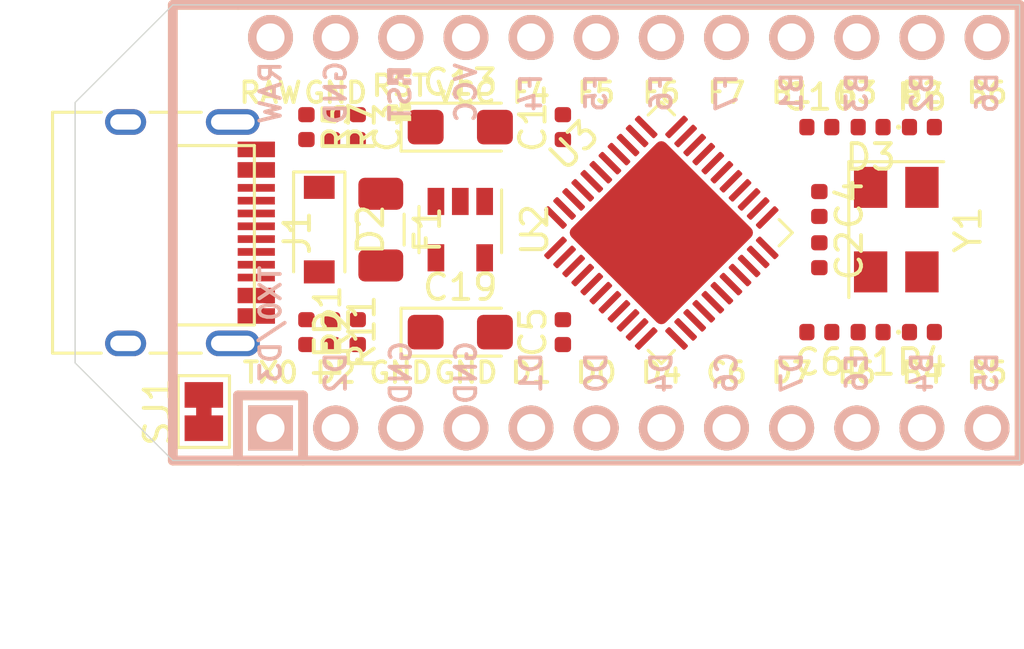
<source format=kicad_pcb>
(kicad_pcb (version 20171130) (host pcbnew 5.1.5-52549c5~84~ubuntu19.10.1)

  (general
    (thickness 1.6)
    (drawings 6)
    (tracks 0)
    (zones 0)
    (modules 26)
    (nets 49)
  )

  (page A4)
  (layers
    (0 F.Cu signal)
    (31 B.Cu signal)
    (32 B.Adhes user)
    (33 F.Adhes user)
    (34 B.Paste user)
    (35 F.Paste user)
    (36 B.SilkS user)
    (37 F.SilkS user)
    (38 B.Mask user)
    (39 F.Mask user)
    (40 Dwgs.User user)
    (41 Cmts.User user)
    (42 Eco1.User user)
    (43 Eco2.User user)
    (44 Edge.Cuts user)
    (45 Margin user)
    (46 B.CrtYd user)
    (47 F.CrtYd user)
    (48 B.Fab user)
    (49 F.Fab user)
  )

  (setup
    (last_trace_width 0.25)
    (trace_clearance 0.2)
    (zone_clearance 0.508)
    (zone_45_only no)
    (trace_min 0.2)
    (via_size 0.8)
    (via_drill 0.4)
    (via_min_size 0.4)
    (via_min_drill 0.3)
    (uvia_size 0.3)
    (uvia_drill 0.1)
    (uvias_allowed no)
    (uvia_min_size 0.2)
    (uvia_min_drill 0.1)
    (edge_width 0.05)
    (segment_width 0.2)
    (pcb_text_width 0.3)
    (pcb_text_size 1.5 1.5)
    (mod_edge_width 0.12)
    (mod_text_size 1 1)
    (mod_text_width 0.15)
    (pad_size 1.524 1.524)
    (pad_drill 0.762)
    (pad_to_mask_clearance 0.051)
    (solder_mask_min_width 0.25)
    (aux_axis_origin 0 0)
    (visible_elements FFFFFF7F)
    (pcbplotparams
      (layerselection 0x010fc_ffffffff)
      (usegerberextensions false)
      (usegerberattributes false)
      (usegerberadvancedattributes false)
      (creategerberjobfile false)
      (excludeedgelayer true)
      (linewidth 0.100000)
      (plotframeref false)
      (viasonmask false)
      (mode 1)
      (useauxorigin false)
      (hpglpennumber 1)
      (hpglpenspeed 20)
      (hpglpendiameter 15.000000)
      (psnegative false)
      (psa4output false)
      (plotreference true)
      (plotvalue true)
      (plotinvisibletext false)
      (padsonsilk false)
      (subtractmaskfromsilk false)
      (outputformat 1)
      (mirror false)
      (drillshape 1)
      (scaleselection 1)
      (outputdirectory ""))
  )

  (net 0 "")
  (net 1 GND)
  (net 2 "Net-(C1-Pad1)")
  (net 3 "Net-(C2-Pad1)")
  (net 4 VCC)
  (net 5 "Net-(C4-Pad1)")
  (net 6 "Net-(C5-Pad2)")
  (net 7 RAW)
  (net 8 "Net-(D1-Pad1)")
  (net 9 "Net-(D2-Pad2)")
  (net 10 "Net-(D3-Pad1)")
  (net 11 VBUS)
  (net 12 "Net-(J1-PadB8)")
  (net 13 "Net-(J1-PadA5)")
  (net 14 "Net-(J1-PadA7)")
  (net 15 "Net-(J1-PadA8)")
  (net 16 "Net-(J1-PadB5)")
  (net 17 "Net-(J1-PadA6)")
  (net 18 "Net-(J1-PadS1)")
  (net 19 "Net-(LED1-Pad2)")
  (net 20 RESET)
  (net 21 "Net-(R4-Pad1)")
  (net 22 D-)
  (net 23 "Net-(R6-Pad1)")
  (net 24 D+)
  (net 25 D9)
  (net 26 A3)
  (net 27 A2)
  (net 28 A1)
  (net 29 A0)
  (net 30 SCK)
  (net 31 MISO)
  (net 32 MOSI)
  (net 33 D10)
  (net 34 D8)
  (net 35 D7)
  (net 36 D6)
  (net 37 D5)
  (net 38 D4)
  (net 39 D3)
  (net 40 D2)
  (net 41 D0)
  (net 42 D1)
  (net 43 "Net-(U2-Pad4)")
  (net 44 A5)
  (net 45 A4)
  (net 46 D13)
  (net 47 D12)
  (net 48 D11)

  (net_class Default "This is the default net class."
    (clearance 0.2)
    (trace_width 0.25)
    (via_dia 0.8)
    (via_drill 0.4)
    (uvia_dia 0.3)
    (uvia_drill 0.1)
    (add_net A0)
    (add_net A1)
    (add_net A2)
    (add_net A3)
    (add_net A4)
    (add_net A5)
    (add_net D+)
    (add_net D-)
    (add_net D0)
    (add_net D1)
    (add_net D10)
    (add_net D11)
    (add_net D12)
    (add_net D13)
    (add_net D2)
    (add_net D3)
    (add_net D4)
    (add_net D5)
    (add_net D6)
    (add_net D7)
    (add_net D8)
    (add_net D9)
    (add_net GND)
    (add_net MISO)
    (add_net MOSI)
    (add_net "Net-(C1-Pad1)")
    (add_net "Net-(C2-Pad1)")
    (add_net "Net-(C4-Pad1)")
    (add_net "Net-(C5-Pad2)")
    (add_net "Net-(D1-Pad1)")
    (add_net "Net-(D2-Pad2)")
    (add_net "Net-(D3-Pad1)")
    (add_net "Net-(J1-PadA5)")
    (add_net "Net-(J1-PadA6)")
    (add_net "Net-(J1-PadA7)")
    (add_net "Net-(J1-PadA8)")
    (add_net "Net-(J1-PadB5)")
    (add_net "Net-(J1-PadB8)")
    (add_net "Net-(J1-PadS1)")
    (add_net "Net-(LED1-Pad2)")
    (add_net "Net-(R4-Pad1)")
    (add_net "Net-(R6-Pad1)")
    (add_net "Net-(U2-Pad4)")
    (add_net RAW)
    (add_net RESET)
    (add_net SCK)
    (add_net VBUS)
    (add_net VCC)
  )

  (module Crystal:Crystal_SMD_5032-4Pin_5.0x3.2mm (layer F.Cu) (tedit 5A0FD1B2) (tstamp 5E5212CA)
    (at 126 71 270)
    (descr "SMD Crystal SERIES SMD2520/4 http://www.icbase.com/File/PDF/HKC/HKC00061008.pdf, 5.0x3.2mm^2 package")
    (tags "SMD SMT crystal")
    (path /5E52077A)
    (attr smd)
    (fp_text reference Y1 (at 0 -2.8 90) (layer F.SilkS)
      (effects (font (size 1 1) (thickness 0.15)))
    )
    (fp_text value Crystal (at 0 2.8 90) (layer F.Fab)
      (effects (font (size 1 1) (thickness 0.15)))
    )
    (fp_line (start 2.8 -1.9) (end -2.8 -1.9) (layer F.CrtYd) (width 0.05))
    (fp_line (start 2.8 1.9) (end 2.8 -1.9) (layer F.CrtYd) (width 0.05))
    (fp_line (start -2.8 1.9) (end 2.8 1.9) (layer F.CrtYd) (width 0.05))
    (fp_line (start -2.8 -1.9) (end -2.8 1.9) (layer F.CrtYd) (width 0.05))
    (fp_line (start -2.65 1.85) (end 2.65 1.85) (layer F.SilkS) (width 0.12))
    (fp_line (start -2.65 -1.85) (end -2.65 1.85) (layer F.SilkS) (width 0.12))
    (fp_line (start -2.5 0.6) (end -1.5 1.6) (layer F.Fab) (width 0.1))
    (fp_line (start -2.5 -1.4) (end -2.3 -1.6) (layer F.Fab) (width 0.1))
    (fp_line (start -2.5 1.4) (end -2.5 -1.4) (layer F.Fab) (width 0.1))
    (fp_line (start -2.3 1.6) (end -2.5 1.4) (layer F.Fab) (width 0.1))
    (fp_line (start 2.3 1.6) (end -2.3 1.6) (layer F.Fab) (width 0.1))
    (fp_line (start 2.5 1.4) (end 2.3 1.6) (layer F.Fab) (width 0.1))
    (fp_line (start 2.5 -1.4) (end 2.5 1.4) (layer F.Fab) (width 0.1))
    (fp_line (start 2.3 -1.6) (end 2.5 -1.4) (layer F.Fab) (width 0.1))
    (fp_line (start -2.3 -1.6) (end 2.3 -1.6) (layer F.Fab) (width 0.1))
    (fp_text user %R (at 0 0 90) (layer F.Fab)
      (effects (font (size 1 1) (thickness 0.15)))
    )
    (pad 4 smd rect (at -1.65 -1 270) (size 1.6 1.3) (layers F.Cu F.Paste F.Mask))
    (pad 3 smd rect (at 1.65 -1 270) (size 1.6 1.3) (layers F.Cu F.Paste F.Mask))
    (pad 2 smd rect (at 1.65 1 270) (size 1.6 1.3) (layers F.Cu F.Paste F.Mask)
      (net 3 "Net-(C2-Pad1)"))
    (pad 1 smd rect (at -1.65 1 270) (size 1.6 1.3) (layers F.Cu F.Paste F.Mask)
      (net 5 "Net-(C4-Pad1)"))
    (model ${KISYS3DMOD}/Crystal.3dshapes/Crystal_SMD_5032-4Pin_5.0x3.2mm.wrl
      (at (xyz 0 0 0))
      (scale (xyz 1 1 1))
      (rotate (xyz 0 0 0))
    )
  )

  (module Resistor_SMD:R_0402_1005Metric (layer F.Cu) (tedit 5B301BBD) (tstamp 5E5211DB)
    (at 104 75 270)
    (descr "Resistor SMD 0402 (1005 Metric), square (rectangular) end terminal, IPC_7351 nominal, (Body size source: http://www.tortai-tech.com/upload/download/2011102023233369053.pdf), generated with kicad-footprint-generator")
    (tags resistor)
    (path /5E60D78B)
    (attr smd)
    (fp_text reference R11 (at 0 -1.17 90) (layer F.SilkS)
      (effects (font (size 1 1) (thickness 0.15)))
    )
    (fp_text value 1K (at 0 1.17 90) (layer F.Fab)
      (effects (font (size 1 1) (thickness 0.15)))
    )
    (fp_text user %R (at 0 0 90) (layer F.Fab)
      (effects (font (size 0.25 0.25) (thickness 0.04)))
    )
    (fp_line (start 0.93 0.47) (end -0.93 0.47) (layer F.CrtYd) (width 0.05))
    (fp_line (start 0.93 -0.47) (end 0.93 0.47) (layer F.CrtYd) (width 0.05))
    (fp_line (start -0.93 -0.47) (end 0.93 -0.47) (layer F.CrtYd) (width 0.05))
    (fp_line (start -0.93 0.47) (end -0.93 -0.47) (layer F.CrtYd) (width 0.05))
    (fp_line (start 0.5 0.25) (end -0.5 0.25) (layer F.Fab) (width 0.1))
    (fp_line (start 0.5 -0.25) (end 0.5 0.25) (layer F.Fab) (width 0.1))
    (fp_line (start -0.5 -0.25) (end 0.5 -0.25) (layer F.Fab) (width 0.1))
    (fp_line (start -0.5 0.25) (end -0.5 -0.25) (layer F.Fab) (width 0.1))
    (pad 2 smd roundrect (at 0.485 0 270) (size 0.59 0.64) (layers F.Cu F.Paste F.Mask) (roundrect_rratio 0.25)
      (net 19 "Net-(LED1-Pad2)"))
    (pad 1 smd roundrect (at -0.485 0 270) (size 0.59 0.64) (layers F.Cu F.Paste F.Mask) (roundrect_rratio 0.25)
      (net 4 VCC))
    (model ${KISYS3DMOD}/Resistor_SMD.3dshapes/R_0402_1005Metric.wrl
      (at (xyz 0 0 0))
      (scale (xyz 1 1 1))
      (rotate (xyz 0 0 0))
    )
  )

  (module Resistor_SMD:R_0402_1005Metric (layer F.Cu) (tedit 5B301BBD) (tstamp 5E5211CA)
    (at 104 67 270)
    (descr "Resistor SMD 0402 (1005 Metric), square (rectangular) end terminal, IPC_7351 nominal, (Body size source: http://www.tortai-tech.com/upload/download/2011102023233369053.pdf), generated with kicad-footprint-generator")
    (tags resistor)
    (path /5E64EB73)
    (attr smd)
    (fp_text reference R7 (at 0 -1.17 90) (layer F.SilkS)
      (effects (font (size 1 1) (thickness 0.15)))
    )
    (fp_text value 22 (at 0 1.17 90) (layer F.Fab)
      (effects (font (size 1 1) (thickness 0.15)))
    )
    (fp_text user %R (at 0 0 90) (layer F.Fab)
      (effects (font (size 0.25 0.25) (thickness 0.04)))
    )
    (fp_line (start 0.93 0.47) (end -0.93 0.47) (layer F.CrtYd) (width 0.05))
    (fp_line (start 0.93 -0.47) (end 0.93 0.47) (layer F.CrtYd) (width 0.05))
    (fp_line (start -0.93 -0.47) (end 0.93 -0.47) (layer F.CrtYd) (width 0.05))
    (fp_line (start -0.93 0.47) (end -0.93 -0.47) (layer F.CrtYd) (width 0.05))
    (fp_line (start 0.5 0.25) (end -0.5 0.25) (layer F.Fab) (width 0.1))
    (fp_line (start 0.5 -0.25) (end 0.5 0.25) (layer F.Fab) (width 0.1))
    (fp_line (start -0.5 -0.25) (end 0.5 -0.25) (layer F.Fab) (width 0.1))
    (fp_line (start -0.5 0.25) (end -0.5 -0.25) (layer F.Fab) (width 0.1))
    (pad 2 smd roundrect (at 0.485 0 270) (size 0.59 0.64) (layers F.Cu F.Paste F.Mask) (roundrect_rratio 0.25)
      (net 17 "Net-(J1-PadA6)"))
    (pad 1 smd roundrect (at -0.485 0 270) (size 0.59 0.64) (layers F.Cu F.Paste F.Mask) (roundrect_rratio 0.25)
      (net 24 D+))
    (model ${KISYS3DMOD}/Resistor_SMD.3dshapes/R_0402_1005Metric.wrl
      (at (xyz 0 0 0))
      (scale (xyz 1 1 1))
      (rotate (xyz 0 0 0))
    )
  )

  (module Resistor_SMD:R_0402_1005Metric (layer F.Cu) (tedit 5B301BBD) (tstamp 5E5211A8)
    (at 103 67 270)
    (descr "Resistor SMD 0402 (1005 Metric), square (rectangular) end terminal, IPC_7351 nominal, (Body size source: http://www.tortai-tech.com/upload/download/2011102023233369053.pdf), generated with kicad-footprint-generator")
    (tags resistor)
    (path /5E64DB7D)
    (attr smd)
    (fp_text reference R5 (at 0 -1.17 90) (layer F.SilkS)
      (effects (font (size 1 1) (thickness 0.15)))
    )
    (fp_text value 22 (at 0 1.17 90) (layer F.Fab)
      (effects (font (size 1 1) (thickness 0.15)))
    )
    (fp_text user %R (at 0 0 90) (layer F.Fab)
      (effects (font (size 0.25 0.25) (thickness 0.04)))
    )
    (fp_line (start 0.93 0.47) (end -0.93 0.47) (layer F.CrtYd) (width 0.05))
    (fp_line (start 0.93 -0.47) (end 0.93 0.47) (layer F.CrtYd) (width 0.05))
    (fp_line (start -0.93 -0.47) (end 0.93 -0.47) (layer F.CrtYd) (width 0.05))
    (fp_line (start -0.93 0.47) (end -0.93 -0.47) (layer F.CrtYd) (width 0.05))
    (fp_line (start 0.5 0.25) (end -0.5 0.25) (layer F.Fab) (width 0.1))
    (fp_line (start 0.5 -0.25) (end 0.5 0.25) (layer F.Fab) (width 0.1))
    (fp_line (start -0.5 -0.25) (end 0.5 -0.25) (layer F.Fab) (width 0.1))
    (fp_line (start -0.5 0.25) (end -0.5 -0.25) (layer F.Fab) (width 0.1))
    (pad 2 smd roundrect (at 0.485 0 270) (size 0.59 0.64) (layers F.Cu F.Paste F.Mask) (roundrect_rratio 0.25)
      (net 14 "Net-(J1-PadA7)"))
    (pad 1 smd roundrect (at -0.485 0 270) (size 0.59 0.64) (layers F.Cu F.Paste F.Mask) (roundrect_rratio 0.25)
      (net 22 D-))
    (model ${KISYS3DMOD}/Resistor_SMD.3dshapes/R_0402_1005Metric.wrl
      (at (xyz 0 0 0))
      (scale (xyz 1 1 1))
      (rotate (xyz 0 0 0))
    )
  )

  (module Resistor_SMD:R_0402_1005Metric (layer F.Cu) (tedit 5B301BBD) (tstamp 5E521186)
    (at 103 75 270)
    (descr "Resistor SMD 0402 (1005 Metric), square (rectangular) end terminal, IPC_7351 nominal, (Body size source: http://www.tortai-tech.com/upload/download/2011102023233369053.pdf), generated with kicad-footprint-generator")
    (tags resistor)
    (path /5E578D29)
    (attr smd)
    (fp_text reference R2 (at 0 -1.17 90) (layer F.SilkS)
      (effects (font (size 1 1) (thickness 0.15)))
    )
    (fp_text value 10K (at 0 1.17 90) (layer F.Fab)
      (effects (font (size 1 1) (thickness 0.15)))
    )
    (fp_text user %R (at 0 0 90) (layer F.Fab)
      (effects (font (size 0.25 0.25) (thickness 0.04)))
    )
    (fp_line (start 0.93 0.47) (end -0.93 0.47) (layer F.CrtYd) (width 0.05))
    (fp_line (start 0.93 -0.47) (end 0.93 0.47) (layer F.CrtYd) (width 0.05))
    (fp_line (start -0.93 -0.47) (end 0.93 -0.47) (layer F.CrtYd) (width 0.05))
    (fp_line (start -0.93 0.47) (end -0.93 -0.47) (layer F.CrtYd) (width 0.05))
    (fp_line (start 0.5 0.25) (end -0.5 0.25) (layer F.Fab) (width 0.1))
    (fp_line (start 0.5 -0.25) (end 0.5 0.25) (layer F.Fab) (width 0.1))
    (fp_line (start -0.5 -0.25) (end 0.5 -0.25) (layer F.Fab) (width 0.1))
    (fp_line (start -0.5 0.25) (end -0.5 -0.25) (layer F.Fab) (width 0.1))
    (pad 2 smd roundrect (at 0.485 0 270) (size 0.59 0.64) (layers F.Cu F.Paste F.Mask) (roundrect_rratio 0.25)
      (net 20 RESET))
    (pad 1 smd roundrect (at -0.485 0 270) (size 0.59 0.64) (layers F.Cu F.Paste F.Mask) (roundrect_rratio 0.25)
      (net 4 VCC))
    (model ${KISYS3DMOD}/Resistor_SMD.3dshapes/R_0402_1005Metric.wrl
      (at (xyz 0 0 0))
      (scale (xyz 1 1 1))
      (rotate (xyz 0 0 0))
    )
  )

  (module LED_SMD:LED_0402_1005Metric (layer F.Cu) (tedit 5B301BBE) (tstamp 5E521175)
    (at 105 75 90)
    (descr "LED SMD 0402 (1005 Metric), square (rectangular) end terminal, IPC_7351 nominal, (Body size source: http://www.tortai-tech.com/upload/download/2011102023233369053.pdf), generated with kicad-footprint-generator")
    (tags LED)
    (path /5E60D781)
    (attr smd)
    (fp_text reference LED1 (at 0 -1.17 90) (layer F.SilkS)
      (effects (font (size 1 1) (thickness 0.15)))
    )
    (fp_text value Red (at 0 1.17 90) (layer F.Fab)
      (effects (font (size 1 1) (thickness 0.15)))
    )
    (fp_text user %R (at 0 0 90) (layer F.Fab)
      (effects (font (size 0.25 0.25) (thickness 0.04)))
    )
    (fp_line (start 0.93 0.47) (end -0.93 0.47) (layer F.CrtYd) (width 0.05))
    (fp_line (start 0.93 -0.47) (end 0.93 0.47) (layer F.CrtYd) (width 0.05))
    (fp_line (start -0.93 -0.47) (end 0.93 -0.47) (layer F.CrtYd) (width 0.05))
    (fp_line (start -0.93 0.47) (end -0.93 -0.47) (layer F.CrtYd) (width 0.05))
    (fp_line (start -0.3 0.25) (end -0.3 -0.25) (layer F.Fab) (width 0.1))
    (fp_line (start -0.4 0.25) (end -0.4 -0.25) (layer F.Fab) (width 0.1))
    (fp_line (start 0.5 0.25) (end -0.5 0.25) (layer F.Fab) (width 0.1))
    (fp_line (start 0.5 -0.25) (end 0.5 0.25) (layer F.Fab) (width 0.1))
    (fp_line (start -0.5 -0.25) (end 0.5 -0.25) (layer F.Fab) (width 0.1))
    (fp_line (start -0.5 0.25) (end -0.5 -0.25) (layer F.Fab) (width 0.1))
    (fp_circle (center -1.09 0) (end -1.04 0) (layer F.SilkS) (width 0.1))
    (pad 2 smd roundrect (at 0.485 0 90) (size 0.59 0.64) (layers F.Cu F.Paste F.Mask) (roundrect_rratio 0.25)
      (net 19 "Net-(LED1-Pad2)"))
    (pad 1 smd roundrect (at -0.485 0 90) (size 0.59 0.64) (layers F.Cu F.Paste F.Mask) (roundrect_rratio 0.25)
      (net 1 GND))
    (model ${KISYS3DMOD}/LED_SMD.3dshapes/LED_0402_1005Metric.wrl
      (at (xyz 0 0 0))
      (scale (xyz 1 1 1))
      (rotate (xyz 0 0 0))
    )
  )

  (module Fuse:Fuse_1206_3216Metric (layer F.Cu) (tedit 5B301BBE) (tstamp 5E52CCDC)
    (at 105.9 71 270)
    (descr "Fuse SMD 1206 (3216 Metric), square (rectangular) end terminal, IPC_7351 nominal, (Body size source: http://www.tortai-tech.com/upload/download/2011102023233369053.pdf), generated with kicad-footprint-generator")
    (tags resistor)
    (path /5E82D0D6)
    (attr smd)
    (fp_text reference F1 (at 0 -1.82 90) (layer F.SilkS)
      (effects (font (size 1 1) (thickness 0.15)))
    )
    (fp_text value Polyfuse (at 0 1.82 90) (layer F.Fab)
      (effects (font (size 1 1) (thickness 0.15)))
    )
    (fp_text user %R (at 0 0 90) (layer F.Fab)
      (effects (font (size 0.8 0.8) (thickness 0.12)))
    )
    (fp_line (start 2.28 1.12) (end -2.28 1.12) (layer F.CrtYd) (width 0.05))
    (fp_line (start 2.28 -1.12) (end 2.28 1.12) (layer F.CrtYd) (width 0.05))
    (fp_line (start -2.28 -1.12) (end 2.28 -1.12) (layer F.CrtYd) (width 0.05))
    (fp_line (start -2.28 1.12) (end -2.28 -1.12) (layer F.CrtYd) (width 0.05))
    (fp_line (start -0.602064 0.91) (end 0.602064 0.91) (layer F.SilkS) (width 0.12))
    (fp_line (start -0.602064 -0.91) (end 0.602064 -0.91) (layer F.SilkS) (width 0.12))
    (fp_line (start 1.6 0.8) (end -1.6 0.8) (layer F.Fab) (width 0.1))
    (fp_line (start 1.6 -0.8) (end 1.6 0.8) (layer F.Fab) (width 0.1))
    (fp_line (start -1.6 -0.8) (end 1.6 -0.8) (layer F.Fab) (width 0.1))
    (fp_line (start -1.6 0.8) (end -1.6 -0.8) (layer F.Fab) (width 0.1))
    (pad 2 smd roundrect (at 1.4 0 270) (size 1.25 1.75) (layers F.Cu F.Paste F.Mask) (roundrect_rratio 0.2)
      (net 9 "Net-(D2-Pad2)"))
    (pad 1 smd roundrect (at -1.4 0 270) (size 1.25 1.75) (layers F.Cu F.Paste F.Mask) (roundrect_rratio 0.2)
      (net 11 VBUS))
    (model ${KISYS3DMOD}/Fuse.3dshapes/Fuse_1206_3216Metric.wrl
      (at (xyz 0 0 0))
      (scale (xyz 1 1 1))
      (rotate (xyz 0 0 0))
    )
  )

  (module LED_SMD:LED_0402_1005Metric (layer F.Cu) (tedit 5B301BBE) (tstamp 5E52C878)
    (at 125 67 180)
    (descr "LED SMD 0402 (1005 Metric), square (rectangular) end terminal, IPC_7351 nominal, (Body size source: http://www.tortai-tech.com/upload/download/2011102023233369053.pdf), generated with kicad-footprint-generator")
    (tags LED)
    (path /5E51F03B)
    (attr smd)
    (fp_text reference D3 (at 0 -1.17) (layer F.SilkS)
      (effects (font (size 1 1) (thickness 0.15)))
    )
    (fp_text value Green (at 0 1.17) (layer F.Fab)
      (effects (font (size 1 1) (thickness 0.15)))
    )
    (fp_text user %R (at 0 0) (layer F.Fab)
      (effects (font (size 0.25 0.25) (thickness 0.04)))
    )
    (fp_line (start 0.93 0.47) (end -0.93 0.47) (layer F.CrtYd) (width 0.05))
    (fp_line (start 0.93 -0.47) (end 0.93 0.47) (layer F.CrtYd) (width 0.05))
    (fp_line (start -0.93 -0.47) (end 0.93 -0.47) (layer F.CrtYd) (width 0.05))
    (fp_line (start -0.93 0.47) (end -0.93 -0.47) (layer F.CrtYd) (width 0.05))
    (fp_line (start -0.3 0.25) (end -0.3 -0.25) (layer F.Fab) (width 0.1))
    (fp_line (start -0.4 0.25) (end -0.4 -0.25) (layer F.Fab) (width 0.1))
    (fp_line (start 0.5 0.25) (end -0.5 0.25) (layer F.Fab) (width 0.1))
    (fp_line (start 0.5 -0.25) (end 0.5 0.25) (layer F.Fab) (width 0.1))
    (fp_line (start -0.5 -0.25) (end 0.5 -0.25) (layer F.Fab) (width 0.1))
    (fp_line (start -0.5 0.25) (end -0.5 -0.25) (layer F.Fab) (width 0.1))
    (fp_circle (center -1.09 0) (end -1.04 0) (layer F.SilkS) (width 0.1))
    (pad 2 smd roundrect (at 0.485 0 180) (size 0.59 0.64) (layers F.Cu F.Paste F.Mask) (roundrect_rratio 0.25)
      (net 4 VCC))
    (pad 1 smd roundrect (at -0.485 0 180) (size 0.59 0.64) (layers F.Cu F.Paste F.Mask) (roundrect_rratio 0.25)
      (net 10 "Net-(D3-Pad1)"))
    (model ${KISYS3DMOD}/LED_SMD.3dshapes/LED_0402_1005Metric.wrl
      (at (xyz 0 0 0))
      (scale (xyz 1 1 1))
      (rotate (xyz 0 0 0))
    )
  )

  (module Diode_SMD:D_SOD-123 (layer F.Cu) (tedit 58645DC7) (tstamp 5E521114)
    (at 103.5 71 270)
    (descr SOD-123)
    (tags SOD-123)
    (path /5E642C98)
    (attr smd)
    (fp_text reference D2 (at 0 -2 90) (layer F.SilkS)
      (effects (font (size 1 1) (thickness 0.15)))
    )
    (fp_text value D (at 0 2.1 90) (layer F.Fab)
      (effects (font (size 1 1) (thickness 0.15)))
    )
    (fp_line (start -2.25 -1) (end 1.65 -1) (layer F.SilkS) (width 0.12))
    (fp_line (start -2.25 1) (end 1.65 1) (layer F.SilkS) (width 0.12))
    (fp_line (start -2.35 -1.15) (end -2.35 1.15) (layer F.CrtYd) (width 0.05))
    (fp_line (start 2.35 1.15) (end -2.35 1.15) (layer F.CrtYd) (width 0.05))
    (fp_line (start 2.35 -1.15) (end 2.35 1.15) (layer F.CrtYd) (width 0.05))
    (fp_line (start -2.35 -1.15) (end 2.35 -1.15) (layer F.CrtYd) (width 0.05))
    (fp_line (start -1.4 -0.9) (end 1.4 -0.9) (layer F.Fab) (width 0.1))
    (fp_line (start 1.4 -0.9) (end 1.4 0.9) (layer F.Fab) (width 0.1))
    (fp_line (start 1.4 0.9) (end -1.4 0.9) (layer F.Fab) (width 0.1))
    (fp_line (start -1.4 0.9) (end -1.4 -0.9) (layer F.Fab) (width 0.1))
    (fp_line (start -0.75 0) (end -0.35 0) (layer F.Fab) (width 0.1))
    (fp_line (start -0.35 0) (end -0.35 -0.55) (layer F.Fab) (width 0.1))
    (fp_line (start -0.35 0) (end -0.35 0.55) (layer F.Fab) (width 0.1))
    (fp_line (start -0.35 0) (end 0.25 -0.4) (layer F.Fab) (width 0.1))
    (fp_line (start 0.25 -0.4) (end 0.25 0.4) (layer F.Fab) (width 0.1))
    (fp_line (start 0.25 0.4) (end -0.35 0) (layer F.Fab) (width 0.1))
    (fp_line (start 0.25 0) (end 0.75 0) (layer F.Fab) (width 0.1))
    (fp_line (start -2.25 -1) (end -2.25 1) (layer F.SilkS) (width 0.12))
    (fp_text user %R (at 0 -2 90) (layer F.Fab)
      (effects (font (size 1 1) (thickness 0.15)))
    )
    (pad 2 smd rect (at 1.65 0 270) (size 0.9 1.2) (layers F.Cu F.Paste F.Mask)
      (net 9 "Net-(D2-Pad2)"))
    (pad 1 smd rect (at -1.65 0 270) (size 0.9 1.2) (layers F.Cu F.Paste F.Mask)
      (net 7 RAW))
    (model ${KISYS3DMOD}/Diode_SMD.3dshapes/D_SOD-123.wrl
      (at (xyz 0 0 0))
      (scale (xyz 1 1 1))
      (rotate (xyz 0 0 0))
    )
  )

  (module LED_SMD:LED_0402_1005Metric (layer F.Cu) (tedit 5B301BBE) (tstamp 5E521100)
    (at 125 75 180)
    (descr "LED SMD 0402 (1005 Metric), square (rectangular) end terminal, IPC_7351 nominal, (Body size source: http://www.tortai-tech.com/upload/download/2011102023233369053.pdf), generated with kicad-footprint-generator")
    (tags LED)
    (path /5E51F5C2)
    (attr smd)
    (fp_text reference D1 (at 0 -1.17) (layer F.SilkS)
      (effects (font (size 1 1) (thickness 0.15)))
    )
    (fp_text value Yellow (at 0 1.17) (layer F.Fab)
      (effects (font (size 1 1) (thickness 0.15)))
    )
    (fp_text user %R (at 0 0) (layer F.Fab)
      (effects (font (size 0.25 0.25) (thickness 0.04)))
    )
    (fp_line (start 0.93 0.47) (end -0.93 0.47) (layer F.CrtYd) (width 0.05))
    (fp_line (start 0.93 -0.47) (end 0.93 0.47) (layer F.CrtYd) (width 0.05))
    (fp_line (start -0.93 -0.47) (end 0.93 -0.47) (layer F.CrtYd) (width 0.05))
    (fp_line (start -0.93 0.47) (end -0.93 -0.47) (layer F.CrtYd) (width 0.05))
    (fp_line (start -0.3 0.25) (end -0.3 -0.25) (layer F.Fab) (width 0.1))
    (fp_line (start -0.4 0.25) (end -0.4 -0.25) (layer F.Fab) (width 0.1))
    (fp_line (start 0.5 0.25) (end -0.5 0.25) (layer F.Fab) (width 0.1))
    (fp_line (start 0.5 -0.25) (end 0.5 0.25) (layer F.Fab) (width 0.1))
    (fp_line (start -0.5 -0.25) (end 0.5 -0.25) (layer F.Fab) (width 0.1))
    (fp_line (start -0.5 0.25) (end -0.5 -0.25) (layer F.Fab) (width 0.1))
    (fp_circle (center -1.09 0) (end -1.04 0) (layer F.SilkS) (width 0.1))
    (pad 2 smd roundrect (at 0.485 0 180) (size 0.59 0.64) (layers F.Cu F.Paste F.Mask) (roundrect_rratio 0.25)
      (net 4 VCC))
    (pad 1 smd roundrect (at -0.485 0 180) (size 0.59 0.64) (layers F.Cu F.Paste F.Mask) (roundrect_rratio 0.25)
      (net 8 "Net-(D1-Pad1)"))
    (model ${KISYS3DMOD}/LED_SMD.3dshapes/LED_0402_1005Metric.wrl
      (at (xyz 0 0 0))
      (scale (xyz 1 1 1))
      (rotate (xyz 0 0 0))
    )
  )

  (module Capacitor_Tantalum_SMD:CP_EIA-3216-10_Kemet-I (layer F.Cu) (tedit 5B301BBE) (tstamp 5E5210EC)
    (at 109 75)
    (descr "Tantalum Capacitor SMD Kemet-I (3216-10 Metric), IPC_7351 nominal, (Body size from: http://www.kemet.com/Lists/ProductCatalog/Attachments/253/KEM_TC101_STD.pdf), generated with kicad-footprint-generator")
    (tags "capacitor tantalum")
    (path /5E5C0316)
    (attr smd)
    (fp_text reference C19 (at 0 -1.75) (layer F.SilkS)
      (effects (font (size 1 1) (thickness 0.15)))
    )
    (fp_text value 10uF (at 0 1.75) (layer F.Fab)
      (effects (font (size 1 1) (thickness 0.15)))
    )
    (fp_text user %R (at 0 0) (layer F.Fab)
      (effects (font (size 0.8 0.8) (thickness 0.12)))
    )
    (fp_line (start 2.3 1.05) (end -2.3 1.05) (layer F.CrtYd) (width 0.05))
    (fp_line (start 2.3 -1.05) (end 2.3 1.05) (layer F.CrtYd) (width 0.05))
    (fp_line (start -2.3 -1.05) (end 2.3 -1.05) (layer F.CrtYd) (width 0.05))
    (fp_line (start -2.3 1.05) (end -2.3 -1.05) (layer F.CrtYd) (width 0.05))
    (fp_line (start -2.31 0.935) (end 1.6 0.935) (layer F.SilkS) (width 0.12))
    (fp_line (start -2.31 -0.935) (end -2.31 0.935) (layer F.SilkS) (width 0.12))
    (fp_line (start 1.6 -0.935) (end -2.31 -0.935) (layer F.SilkS) (width 0.12))
    (fp_line (start 1.6 0.8) (end 1.6 -0.8) (layer F.Fab) (width 0.1))
    (fp_line (start -1.6 0.8) (end 1.6 0.8) (layer F.Fab) (width 0.1))
    (fp_line (start -1.6 -0.4) (end -1.6 0.8) (layer F.Fab) (width 0.1))
    (fp_line (start -1.2 -0.8) (end -1.6 -0.4) (layer F.Fab) (width 0.1))
    (fp_line (start 1.6 -0.8) (end -1.2 -0.8) (layer F.Fab) (width 0.1))
    (pad 2 smd roundrect (at 1.35 0) (size 1.4 1.35) (layers F.Cu F.Paste F.Mask) (roundrect_rratio 0.185185)
      (net 1 GND))
    (pad 1 smd roundrect (at -1.35 0) (size 1.4 1.35) (layers F.Cu F.Paste F.Mask) (roundrect_rratio 0.185185)
      (net 7 RAW))
    (model ${KISYS3DMOD}/Capacitor_Tantalum_SMD.3dshapes/CP_EIA-3216-10_Kemet-I.wrl
      (at (xyz 0 0 0))
      (scale (xyz 1 1 1))
      (rotate (xyz 0 0 0))
    )
  )

  (module Capacitor_Tantalum_SMD:CP_EIA-3216-10_Kemet-I (layer F.Cu) (tedit 5B301BBE) (tstamp 5E5210DB)
    (at 109 67)
    (descr "Tantalum Capacitor SMD Kemet-I (3216-10 Metric), IPC_7351 nominal, (Body size from: http://www.kemet.com/Lists/ProductCatalog/Attachments/253/KEM_TC101_STD.pdf), generated with kicad-footprint-generator")
    (tags "capacitor tantalum")
    (path /5E5BEA64)
    (attr smd)
    (fp_text reference C13 (at 0 -1.75) (layer F.SilkS)
      (effects (font (size 1 1) (thickness 0.15)))
    )
    (fp_text value 10uF (at 0 1.75) (layer F.Fab)
      (effects (font (size 1 1) (thickness 0.15)))
    )
    (fp_text user %R (at 0 0) (layer F.Fab)
      (effects (font (size 0.8 0.8) (thickness 0.12)))
    )
    (fp_line (start 2.3 1.05) (end -2.3 1.05) (layer F.CrtYd) (width 0.05))
    (fp_line (start 2.3 -1.05) (end 2.3 1.05) (layer F.CrtYd) (width 0.05))
    (fp_line (start -2.3 -1.05) (end 2.3 -1.05) (layer F.CrtYd) (width 0.05))
    (fp_line (start -2.3 1.05) (end -2.3 -1.05) (layer F.CrtYd) (width 0.05))
    (fp_line (start -2.31 0.935) (end 1.6 0.935) (layer F.SilkS) (width 0.12))
    (fp_line (start -2.31 -0.935) (end -2.31 0.935) (layer F.SilkS) (width 0.12))
    (fp_line (start 1.6 -0.935) (end -2.31 -0.935) (layer F.SilkS) (width 0.12))
    (fp_line (start 1.6 0.8) (end 1.6 -0.8) (layer F.Fab) (width 0.1))
    (fp_line (start -1.6 0.8) (end 1.6 0.8) (layer F.Fab) (width 0.1))
    (fp_line (start -1.6 -0.4) (end -1.6 0.8) (layer F.Fab) (width 0.1))
    (fp_line (start -1.2 -0.8) (end -1.6 -0.4) (layer F.Fab) (width 0.1))
    (fp_line (start 1.6 -0.8) (end -1.2 -0.8) (layer F.Fab) (width 0.1))
    (pad 2 smd roundrect (at 1.35 0) (size 1.4 1.35) (layers F.Cu F.Paste F.Mask) (roundrect_rratio 0.185185)
      (net 1 GND))
    (pad 1 smd roundrect (at -1.35 0) (size 1.4 1.35) (layers F.Cu F.Paste F.Mask) (roundrect_rratio 0.185185)
      (net 4 VCC))
    (model ${KISYS3DMOD}/Capacitor_Tantalum_SMD.3dshapes/CP_EIA-3216-10_Kemet-I.wrl
      (at (xyz 0 0 0))
      (scale (xyz 1 1 1))
      (rotate (xyz 0 0 0))
    )
  )

  (module Capacitor_SMD:C_0402_1005Metric (layer F.Cu) (tedit 5B301BBE) (tstamp 5E5210CA)
    (at 123 67)
    (descr "Capacitor SMD 0402 (1005 Metric), square (rectangular) end terminal, IPC_7351 nominal, (Body size source: http://www.tortai-tech.com/upload/download/2011102023233369053.pdf), generated with kicad-footprint-generator")
    (tags capacitor)
    (path /5E5BCF3D)
    (attr smd)
    (fp_text reference C10 (at 0 -1.17) (layer F.SilkS)
      (effects (font (size 1 1) (thickness 0.15)))
    )
    (fp_text value 1uF (at 0 1.17) (layer F.Fab)
      (effects (font (size 1 1) (thickness 0.15)))
    )
    (fp_text user %R (at 0 0) (layer F.Fab)
      (effects (font (size 0.25 0.25) (thickness 0.04)))
    )
    (fp_line (start 0.93 0.47) (end -0.93 0.47) (layer F.CrtYd) (width 0.05))
    (fp_line (start 0.93 -0.47) (end 0.93 0.47) (layer F.CrtYd) (width 0.05))
    (fp_line (start -0.93 -0.47) (end 0.93 -0.47) (layer F.CrtYd) (width 0.05))
    (fp_line (start -0.93 0.47) (end -0.93 -0.47) (layer F.CrtYd) (width 0.05))
    (fp_line (start 0.5 0.25) (end -0.5 0.25) (layer F.Fab) (width 0.1))
    (fp_line (start 0.5 -0.25) (end 0.5 0.25) (layer F.Fab) (width 0.1))
    (fp_line (start -0.5 -0.25) (end 0.5 -0.25) (layer F.Fab) (width 0.1))
    (fp_line (start -0.5 0.25) (end -0.5 -0.25) (layer F.Fab) (width 0.1))
    (pad 2 smd roundrect (at 0.485 0) (size 0.59 0.64) (layers F.Cu F.Paste F.Mask) (roundrect_rratio 0.25)
      (net 1 GND))
    (pad 1 smd roundrect (at -0.485 0) (size 0.59 0.64) (layers F.Cu F.Paste F.Mask) (roundrect_rratio 0.25)
      (net 4 VCC))
    (model ${KISYS3DMOD}/Capacitor_SMD.3dshapes/C_0402_1005Metric.wrl
      (at (xyz 0 0 0))
      (scale (xyz 1 1 1))
      (rotate (xyz 0 0 0))
    )
  )

  (module Capacitor_SMD:C_0402_1005Metric (layer F.Cu) (tedit 5B301BBE) (tstamp 5E52B354)
    (at 123 75 180)
    (descr "Capacitor SMD 0402 (1005 Metric), square (rectangular) end terminal, IPC_7351 nominal, (Body size source: http://www.tortai-tech.com/upload/download/2011102023233369053.pdf), generated with kicad-footprint-generator")
    (tags capacitor)
    (path /5E7CB694)
    (attr smd)
    (fp_text reference C6 (at 0 -1.17) (layer F.SilkS)
      (effects (font (size 1 1) (thickness 0.15)))
    )
    (fp_text value 1uF (at 0 1.17) (layer F.Fab)
      (effects (font (size 1 1) (thickness 0.15)))
    )
    (fp_text user %R (at 0 0) (layer F.Fab)
      (effects (font (size 0.25 0.25) (thickness 0.04)))
    )
    (fp_line (start 0.93 0.47) (end -0.93 0.47) (layer F.CrtYd) (width 0.05))
    (fp_line (start 0.93 -0.47) (end 0.93 0.47) (layer F.CrtYd) (width 0.05))
    (fp_line (start -0.93 -0.47) (end 0.93 -0.47) (layer F.CrtYd) (width 0.05))
    (fp_line (start -0.93 0.47) (end -0.93 -0.47) (layer F.CrtYd) (width 0.05))
    (fp_line (start 0.5 0.25) (end -0.5 0.25) (layer F.Fab) (width 0.1))
    (fp_line (start 0.5 -0.25) (end 0.5 0.25) (layer F.Fab) (width 0.1))
    (fp_line (start -0.5 -0.25) (end 0.5 -0.25) (layer F.Fab) (width 0.1))
    (fp_line (start -0.5 0.25) (end -0.5 -0.25) (layer F.Fab) (width 0.1))
    (pad 2 smd roundrect (at 0.485 0 180) (size 0.59 0.64) (layers F.Cu F.Paste F.Mask) (roundrect_rratio 0.25)
      (net 11 VBUS))
    (pad 1 smd roundrect (at -0.485 0 180) (size 0.59 0.64) (layers F.Cu F.Paste F.Mask) (roundrect_rratio 0.25)
      (net 1 GND))
    (model ${KISYS3DMOD}/Capacitor_SMD.3dshapes/C_0402_1005Metric.wrl
      (at (xyz 0 0 0))
      (scale (xyz 1 1 1))
      (rotate (xyz 0 0 0))
    )
  )

  (module Capacitor_SMD:C_0402_1005Metric (layer F.Cu) (tedit 5B301BBE) (tstamp 5E5210B9)
    (at 113 75 90)
    (descr "Capacitor SMD 0402 (1005 Metric), square (rectangular) end terminal, IPC_7351 nominal, (Body size source: http://www.tortai-tech.com/upload/download/2011102023233369053.pdf), generated with kicad-footprint-generator")
    (tags capacitor)
    (path /5E5555DC)
    (attr smd)
    (fp_text reference C5 (at 0 -1.17 90) (layer F.SilkS)
      (effects (font (size 1 1) (thickness 0.15)))
    )
    (fp_text value 1uF (at 0 1.17 90) (layer F.Fab)
      (effects (font (size 1 1) (thickness 0.15)))
    )
    (fp_text user %R (at 0 0 90) (layer F.Fab)
      (effects (font (size 0.25 0.25) (thickness 0.04)))
    )
    (fp_line (start 0.93 0.47) (end -0.93 0.47) (layer F.CrtYd) (width 0.05))
    (fp_line (start 0.93 -0.47) (end 0.93 0.47) (layer F.CrtYd) (width 0.05))
    (fp_line (start -0.93 -0.47) (end 0.93 -0.47) (layer F.CrtYd) (width 0.05))
    (fp_line (start -0.93 0.47) (end -0.93 -0.47) (layer F.CrtYd) (width 0.05))
    (fp_line (start 0.5 0.25) (end -0.5 0.25) (layer F.Fab) (width 0.1))
    (fp_line (start 0.5 -0.25) (end 0.5 0.25) (layer F.Fab) (width 0.1))
    (fp_line (start -0.5 -0.25) (end 0.5 -0.25) (layer F.Fab) (width 0.1))
    (fp_line (start -0.5 0.25) (end -0.5 -0.25) (layer F.Fab) (width 0.1))
    (pad 2 smd roundrect (at 0.485 0 90) (size 0.59 0.64) (layers F.Cu F.Paste F.Mask) (roundrect_rratio 0.25)
      (net 6 "Net-(C5-Pad2)"))
    (pad 1 smd roundrect (at -0.485 0 90) (size 0.59 0.64) (layers F.Cu F.Paste F.Mask) (roundrect_rratio 0.25)
      (net 1 GND))
    (model ${KISYS3DMOD}/Capacitor_SMD.3dshapes/C_0402_1005Metric.wrl
      (at (xyz 0 0 0))
      (scale (xyz 1 1 1))
      (rotate (xyz 0 0 0))
    )
  )

  (module Capacitor_SMD:C_0402_1005Metric (layer F.Cu) (tedit 5B301BBE) (tstamp 5E5210A8)
    (at 123 70 270)
    (descr "Capacitor SMD 0402 (1005 Metric), square (rectangular) end terminal, IPC_7351 nominal, (Body size source: http://www.tortai-tech.com/upload/download/2011102023233369053.pdf), generated with kicad-footprint-generator")
    (tags capacitor)
    (path /5E534FBF)
    (attr smd)
    (fp_text reference C4 (at 0 -1.17 90) (layer F.SilkS)
      (effects (font (size 1 1) (thickness 0.15)))
    )
    (fp_text value 22pF (at 0 1.17 90) (layer F.Fab)
      (effects (font (size 1 1) (thickness 0.15)))
    )
    (fp_text user %R (at 0 0 90) (layer F.Fab)
      (effects (font (size 0.25 0.25) (thickness 0.04)))
    )
    (fp_line (start 0.93 0.47) (end -0.93 0.47) (layer F.CrtYd) (width 0.05))
    (fp_line (start 0.93 -0.47) (end 0.93 0.47) (layer F.CrtYd) (width 0.05))
    (fp_line (start -0.93 -0.47) (end 0.93 -0.47) (layer F.CrtYd) (width 0.05))
    (fp_line (start -0.93 0.47) (end -0.93 -0.47) (layer F.CrtYd) (width 0.05))
    (fp_line (start 0.5 0.25) (end -0.5 0.25) (layer F.Fab) (width 0.1))
    (fp_line (start 0.5 -0.25) (end 0.5 0.25) (layer F.Fab) (width 0.1))
    (fp_line (start -0.5 -0.25) (end 0.5 -0.25) (layer F.Fab) (width 0.1))
    (fp_line (start -0.5 0.25) (end -0.5 -0.25) (layer F.Fab) (width 0.1))
    (pad 2 smd roundrect (at 0.485 0 270) (size 0.59 0.64) (layers F.Cu F.Paste F.Mask) (roundrect_rratio 0.25)
      (net 1 GND))
    (pad 1 smd roundrect (at -0.485 0 270) (size 0.59 0.64) (layers F.Cu F.Paste F.Mask) (roundrect_rratio 0.25)
      (net 5 "Net-(C4-Pad1)"))
    (model ${KISYS3DMOD}/Capacitor_SMD.3dshapes/C_0402_1005Metric.wrl
      (at (xyz 0 0 0))
      (scale (xyz 1 1 1))
      (rotate (xyz 0 0 0))
    )
  )

  (module Capacitor_SMD:C_0402_1005Metric (layer F.Cu) (tedit 5B301BBE) (tstamp 5E521097)
    (at 105 67 270)
    (descr "Capacitor SMD 0402 (1005 Metric), square (rectangular) end terminal, IPC_7351 nominal, (Body size source: http://www.tortai-tech.com/upload/download/2011102023233369053.pdf), generated with kicad-footprint-generator")
    (tags capacitor)
    (path /5E521862)
    (attr smd)
    (fp_text reference C3 (at 0 -1.17 90) (layer F.SilkS)
      (effects (font (size 1 1) (thickness 0.15)))
    )
    (fp_text value 0.1uF (at 0 1.17 90) (layer F.Fab)
      (effects (font (size 1 1) (thickness 0.15)))
    )
    (fp_text user %R (at 0 0 90) (layer F.Fab)
      (effects (font (size 0.25 0.25) (thickness 0.04)))
    )
    (fp_line (start 0.93 0.47) (end -0.93 0.47) (layer F.CrtYd) (width 0.05))
    (fp_line (start 0.93 -0.47) (end 0.93 0.47) (layer F.CrtYd) (width 0.05))
    (fp_line (start -0.93 -0.47) (end 0.93 -0.47) (layer F.CrtYd) (width 0.05))
    (fp_line (start -0.93 0.47) (end -0.93 -0.47) (layer F.CrtYd) (width 0.05))
    (fp_line (start 0.5 0.25) (end -0.5 0.25) (layer F.Fab) (width 0.1))
    (fp_line (start 0.5 -0.25) (end 0.5 0.25) (layer F.Fab) (width 0.1))
    (fp_line (start -0.5 -0.25) (end 0.5 -0.25) (layer F.Fab) (width 0.1))
    (fp_line (start -0.5 0.25) (end -0.5 -0.25) (layer F.Fab) (width 0.1))
    (pad 2 smd roundrect (at 0.485 0 270) (size 0.59 0.64) (layers F.Cu F.Paste F.Mask) (roundrect_rratio 0.25)
      (net 4 VCC))
    (pad 1 smd roundrect (at -0.485 0 270) (size 0.59 0.64) (layers F.Cu F.Paste F.Mask) (roundrect_rratio 0.25)
      (net 1 GND))
    (model ${KISYS3DMOD}/Capacitor_SMD.3dshapes/C_0402_1005Metric.wrl
      (at (xyz 0 0 0))
      (scale (xyz 1 1 1))
      (rotate (xyz 0 0 0))
    )
  )

  (module Capacitor_SMD:C_0402_1005Metric (layer F.Cu) (tedit 5B301BBE) (tstamp 5E521086)
    (at 123 72 270)
    (descr "Capacitor SMD 0402 (1005 Metric), square (rectangular) end terminal, IPC_7351 nominal, (Body size source: http://www.tortai-tech.com/upload/download/2011102023233369053.pdf), generated with kicad-footprint-generator")
    (tags capacitor)
    (path /5E521339)
    (attr smd)
    (fp_text reference C2 (at 0 -1.17 90) (layer F.SilkS)
      (effects (font (size 1 1) (thickness 0.15)))
    )
    (fp_text value 22pF (at 0 1.17 90) (layer F.Fab)
      (effects (font (size 1 1) (thickness 0.15)))
    )
    (fp_text user %R (at 0 0 90) (layer F.Fab)
      (effects (font (size 0.25 0.25) (thickness 0.04)))
    )
    (fp_line (start 0.93 0.47) (end -0.93 0.47) (layer F.CrtYd) (width 0.05))
    (fp_line (start 0.93 -0.47) (end 0.93 0.47) (layer F.CrtYd) (width 0.05))
    (fp_line (start -0.93 -0.47) (end 0.93 -0.47) (layer F.CrtYd) (width 0.05))
    (fp_line (start -0.93 0.47) (end -0.93 -0.47) (layer F.CrtYd) (width 0.05))
    (fp_line (start 0.5 0.25) (end -0.5 0.25) (layer F.Fab) (width 0.1))
    (fp_line (start 0.5 -0.25) (end 0.5 0.25) (layer F.Fab) (width 0.1))
    (fp_line (start -0.5 -0.25) (end 0.5 -0.25) (layer F.Fab) (width 0.1))
    (fp_line (start -0.5 0.25) (end -0.5 -0.25) (layer F.Fab) (width 0.1))
    (pad 2 smd roundrect (at 0.485 0 270) (size 0.59 0.64) (layers F.Cu F.Paste F.Mask) (roundrect_rratio 0.25)
      (net 1 GND))
    (pad 1 smd roundrect (at -0.485 0 270) (size 0.59 0.64) (layers F.Cu F.Paste F.Mask) (roundrect_rratio 0.25)
      (net 3 "Net-(C2-Pad1)"))
    (model ${KISYS3DMOD}/Capacitor_SMD.3dshapes/C_0402_1005Metric.wrl
      (at (xyz 0 0 0))
      (scale (xyz 1 1 1))
      (rotate (xyz 0 0 0))
    )
  )

  (module Capacitor_SMD:C_0402_1005Metric (layer F.Cu) (tedit 5B301BBE) (tstamp 5E521075)
    (at 113 67 90)
    (descr "Capacitor SMD 0402 (1005 Metric), square (rectangular) end terminal, IPC_7351 nominal, (Body size source: http://www.tortai-tech.com/upload/download/2011102023233369053.pdf), generated with kicad-footprint-generator")
    (tags capacitor)
    (path /5E52101E)
    (attr smd)
    (fp_text reference C1 (at 0 -1.17 90) (layer F.SilkS)
      (effects (font (size 1 1) (thickness 0.15)))
    )
    (fp_text value 0.1uF (at 0 1.17 90) (layer F.Fab)
      (effects (font (size 1 1) (thickness 0.15)))
    )
    (fp_text user %R (at 0 0 90) (layer F.Fab)
      (effects (font (size 0.25 0.25) (thickness 0.04)))
    )
    (fp_line (start 0.93 0.47) (end -0.93 0.47) (layer F.CrtYd) (width 0.05))
    (fp_line (start 0.93 -0.47) (end 0.93 0.47) (layer F.CrtYd) (width 0.05))
    (fp_line (start -0.93 -0.47) (end 0.93 -0.47) (layer F.CrtYd) (width 0.05))
    (fp_line (start -0.93 0.47) (end -0.93 -0.47) (layer F.CrtYd) (width 0.05))
    (fp_line (start 0.5 0.25) (end -0.5 0.25) (layer F.Fab) (width 0.1))
    (fp_line (start 0.5 -0.25) (end 0.5 0.25) (layer F.Fab) (width 0.1))
    (fp_line (start -0.5 -0.25) (end 0.5 -0.25) (layer F.Fab) (width 0.1))
    (fp_line (start -0.5 0.25) (end -0.5 -0.25) (layer F.Fab) (width 0.1))
    (pad 2 smd roundrect (at 0.485 0 90) (size 0.59 0.64) (layers F.Cu F.Paste F.Mask) (roundrect_rratio 0.25)
      (net 1 GND))
    (pad 1 smd roundrect (at -0.485 0 90) (size 0.59 0.64) (layers F.Cu F.Paste F.Mask) (roundrect_rratio 0.25)
      (net 2 "Net-(C1-Pad1)"))
    (model ${KISYS3DMOD}/Capacitor_SMD.3dshapes/C_0402_1005Metric.wrl
      (at (xyz 0 0 0))
      (scale (xyz 1 1 1))
      (rotate (xyz 0 0 0))
    )
  )

  (module Resistor_SMD:R_0402_1005Metric (layer F.Cu) (tedit 5B301BBD) (tstamp 5E5211B9)
    (at 127 67)
    (descr "Resistor SMD 0402 (1005 Metric), square (rectangular) end terminal, IPC_7351 nominal, (Body size source: http://www.tortai-tech.com/upload/download/2011102023233369053.pdf), generated with kicad-footprint-generator")
    (tags resistor)
    (path /5E54A5F6)
    (attr smd)
    (fp_text reference R6 (at 0 -1.17) (layer F.SilkS)
      (effects (font (size 1 1) (thickness 0.15)))
    )
    (fp_text value 330 (at 0 1.17) (layer F.Fab)
      (effects (font (size 1 1) (thickness 0.15)))
    )
    (fp_text user %R (at 0 0) (layer F.Fab)
      (effects (font (size 0.25 0.25) (thickness 0.04)))
    )
    (fp_line (start 0.93 0.47) (end -0.93 0.47) (layer F.CrtYd) (width 0.05))
    (fp_line (start 0.93 -0.47) (end 0.93 0.47) (layer F.CrtYd) (width 0.05))
    (fp_line (start -0.93 -0.47) (end 0.93 -0.47) (layer F.CrtYd) (width 0.05))
    (fp_line (start -0.93 0.47) (end -0.93 -0.47) (layer F.CrtYd) (width 0.05))
    (fp_line (start 0.5 0.25) (end -0.5 0.25) (layer F.Fab) (width 0.1))
    (fp_line (start 0.5 -0.25) (end 0.5 0.25) (layer F.Fab) (width 0.1))
    (fp_line (start -0.5 -0.25) (end 0.5 -0.25) (layer F.Fab) (width 0.1))
    (fp_line (start -0.5 0.25) (end -0.5 -0.25) (layer F.Fab) (width 0.1))
    (pad 2 smd roundrect (at 0.485 0) (size 0.59 0.64) (layers F.Cu F.Paste F.Mask) (roundrect_rratio 0.25)
      (net 10 "Net-(D3-Pad1)"))
    (pad 1 smd roundrect (at -0.485 0) (size 0.59 0.64) (layers F.Cu F.Paste F.Mask) (roundrect_rratio 0.25)
      (net 23 "Net-(R6-Pad1)"))
    (model ${KISYS3DMOD}/Resistor_SMD.3dshapes/R_0402_1005Metric.wrl
      (at (xyz 0 0 0))
      (scale (xyz 1 1 1))
      (rotate (xyz 0 0 0))
    )
  )

  (module Resistor_SMD:R_0402_1005Metric (layer F.Cu) (tedit 5B301BBD) (tstamp 5E521197)
    (at 127 75 180)
    (descr "Resistor SMD 0402 (1005 Metric), square (rectangular) end terminal, IPC_7351 nominal, (Body size source: http://www.tortai-tech.com/upload/download/2011102023233369053.pdf), generated with kicad-footprint-generator")
    (tags resistor)
    (path /5E54955D)
    (attr smd)
    (fp_text reference R4 (at 0 -1.17) (layer F.SilkS)
      (effects (font (size 1 1) (thickness 0.15)))
    )
    (fp_text value 330 (at 0 1.17) (layer F.Fab)
      (effects (font (size 1 1) (thickness 0.15)))
    )
    (fp_text user %R (at 0 0) (layer F.Fab)
      (effects (font (size 0.25 0.25) (thickness 0.04)))
    )
    (fp_line (start 0.93 0.47) (end -0.93 0.47) (layer F.CrtYd) (width 0.05))
    (fp_line (start 0.93 -0.47) (end 0.93 0.47) (layer F.CrtYd) (width 0.05))
    (fp_line (start -0.93 -0.47) (end 0.93 -0.47) (layer F.CrtYd) (width 0.05))
    (fp_line (start -0.93 0.47) (end -0.93 -0.47) (layer F.CrtYd) (width 0.05))
    (fp_line (start 0.5 0.25) (end -0.5 0.25) (layer F.Fab) (width 0.1))
    (fp_line (start 0.5 -0.25) (end 0.5 0.25) (layer F.Fab) (width 0.1))
    (fp_line (start -0.5 -0.25) (end 0.5 -0.25) (layer F.Fab) (width 0.1))
    (fp_line (start -0.5 0.25) (end -0.5 -0.25) (layer F.Fab) (width 0.1))
    (pad 2 smd roundrect (at 0.485 0 180) (size 0.59 0.64) (layers F.Cu F.Paste F.Mask) (roundrect_rratio 0.25)
      (net 8 "Net-(D1-Pad1)"))
    (pad 1 smd roundrect (at -0.485 0 180) (size 0.59 0.64) (layers F.Cu F.Paste F.Mask) (roundrect_rratio 0.25)
      (net 21 "Net-(R4-Pad1)"))
    (model ${KISYS3DMOD}/Resistor_SMD.3dshapes/R_0402_1005Metric.wrl
      (at (xyz 0 0 0))
      (scale (xyz 1 1 1))
      (rotate (xyz 0 0 0))
    )
  )

  (module Jumper:SolderJumper-2_P1.3mm_Bridged_Pad1.0x1.5mm (layer F.Cu) (tedit 5C756AB2) (tstamp 5E52B589)
    (at 99 78.1 90)
    (descr "SMD Solder Jumper, 1x1.5mm Pads, 0.3mm gap, bridged with 1 copper strip")
    (tags "solder jumper open")
    (path /5E5343CC)
    (attr virtual)
    (fp_text reference SJ1 (at 0 -1.8 90) (layer F.SilkS)
      (effects (font (size 1 1) (thickness 0.15)))
    )
    (fp_text value SolderJumper_2_Bridged (at 0 1.9 90) (layer F.Fab)
      (effects (font (size 1 1) (thickness 0.15)))
    )
    (fp_poly (pts (xy -0.25 -0.3) (xy 0.25 -0.3) (xy 0.25 0.3) (xy -0.25 0.3)) (layer F.Cu) (width 0))
    (fp_line (start 1.65 1.25) (end -1.65 1.25) (layer F.CrtYd) (width 0.05))
    (fp_line (start 1.65 1.25) (end 1.65 -1.25) (layer F.CrtYd) (width 0.05))
    (fp_line (start -1.65 -1.25) (end -1.65 1.25) (layer F.CrtYd) (width 0.05))
    (fp_line (start -1.65 -1.25) (end 1.65 -1.25) (layer F.CrtYd) (width 0.05))
    (fp_line (start -1.4 -1) (end 1.4 -1) (layer F.SilkS) (width 0.12))
    (fp_line (start 1.4 -1) (end 1.4 1) (layer F.SilkS) (width 0.12))
    (fp_line (start 1.4 1) (end -1.4 1) (layer F.SilkS) (width 0.12))
    (fp_line (start -1.4 1) (end -1.4 -1) (layer F.SilkS) (width 0.12))
    (pad 2 smd rect (at 0.65 0 90) (size 1 1.5) (layers F.Cu F.Mask)
      (net 4 VCC))
    (pad 1 smd rect (at -0.65 0 90) (size 1 1.5) (layers F.Cu F.Mask)
      (net 9 "Net-(D2-Pad2)"))
  )

  (module Package_DFN_QFN:QFN-44-1EP_7x7mm_P0.5mm_EP5.2x5.2mm (layer F.Cu) (tedit 5C26A111) (tstamp 5E5212AF)
    (at 116.84 71.12 45)
    (descr "QFN, 44 Pin (http://ww1.microchip.com/downloads/en/DeviceDoc/2512S.pdf#page=17), generated with kicad-footprint-generator ipc_dfn_qfn_generator.py")
    (tags "QFN DFN_QFN")
    (path /5E51A12A)
    (attr smd)
    (fp_text reference U3 (at 0 -4.82 45) (layer F.SilkS)
      (effects (font (size 1 1) (thickness 0.15)))
    )
    (fp_text value ATmega32U4-MU (at 0 4.82 45) (layer F.Fab)
      (effects (font (size 1 1) (thickness 0.15)))
    )
    (fp_text user %R (at 0 0 45) (layer F.Fab)
      (effects (font (size 1 1) (thickness 0.15)))
    )
    (fp_line (start 4.12 -4.12) (end -4.12 -4.12) (layer F.CrtYd) (width 0.05))
    (fp_line (start 4.12 4.12) (end 4.12 -4.12) (layer F.CrtYd) (width 0.05))
    (fp_line (start -4.12 4.12) (end 4.12 4.12) (layer F.CrtYd) (width 0.05))
    (fp_line (start -4.12 -4.12) (end -4.12 4.12) (layer F.CrtYd) (width 0.05))
    (fp_line (start -3.5 -2.5) (end -2.5 -3.5) (layer F.Fab) (width 0.1))
    (fp_line (start -3.5 3.5) (end -3.5 -2.5) (layer F.Fab) (width 0.1))
    (fp_line (start 3.5 3.5) (end -3.5 3.5) (layer F.Fab) (width 0.1))
    (fp_line (start 3.5 -3.5) (end 3.5 3.5) (layer F.Fab) (width 0.1))
    (fp_line (start -2.5 -3.5) (end 3.5 -3.5) (layer F.Fab) (width 0.1))
    (fp_line (start -2.885 -3.61) (end -3.61 -3.61) (layer F.SilkS) (width 0.12))
    (fp_line (start 3.61 3.61) (end 3.61 2.885) (layer F.SilkS) (width 0.12))
    (fp_line (start 2.885 3.61) (end 3.61 3.61) (layer F.SilkS) (width 0.12))
    (fp_line (start -3.61 3.61) (end -3.61 2.885) (layer F.SilkS) (width 0.12))
    (fp_line (start -2.885 3.61) (end -3.61 3.61) (layer F.SilkS) (width 0.12))
    (fp_line (start 3.61 -3.61) (end 3.61 -2.885) (layer F.SilkS) (width 0.12))
    (fp_line (start 2.885 -3.61) (end 3.61 -3.61) (layer F.SilkS) (width 0.12))
    (pad 44 smd roundrect (at -2.5 -3.3375 45) (size 0.25 1.075) (layers F.Cu F.Paste F.Mask) (roundrect_rratio 0.25)
      (net 4 VCC))
    (pad 43 smd roundrect (at -2 -3.3375 45) (size 0.25 1.075) (layers F.Cu F.Paste F.Mask) (roundrect_rratio 0.25)
      (net 1 GND))
    (pad 42 smd roundrect (at -1.5 -3.3375 45) (size 0.25 1.075) (layers F.Cu F.Paste F.Mask) (roundrect_rratio 0.25)
      (net 2 "Net-(C1-Pad1)"))
    (pad 41 smd roundrect (at -1 -3.3375 45) (size 0.25 1.075) (layers F.Cu F.Paste F.Mask) (roundrect_rratio 0.25)
      (net 44 A5))
    (pad 40 smd roundrect (at -0.5 -3.3375 45) (size 0.25 1.075) (layers F.Cu F.Paste F.Mask) (roundrect_rratio 0.25)
      (net 45 A4))
    (pad 39 smd roundrect (at 0 -3.3375 45) (size 0.25 1.075) (layers F.Cu F.Paste F.Mask) (roundrect_rratio 0.25)
      (net 26 A3))
    (pad 38 smd roundrect (at 0.5 -3.3375 45) (size 0.25 1.075) (layers F.Cu F.Paste F.Mask) (roundrect_rratio 0.25)
      (net 27 A2))
    (pad 37 smd roundrect (at 1 -3.3375 45) (size 0.25 1.075) (layers F.Cu F.Paste F.Mask) (roundrect_rratio 0.25)
      (net 28 A1))
    (pad 36 smd roundrect (at 1.5 -3.3375 45) (size 0.25 1.075) (layers F.Cu F.Paste F.Mask) (roundrect_rratio 0.25)
      (net 29 A0))
    (pad 35 smd roundrect (at 2 -3.3375 45) (size 0.25 1.075) (layers F.Cu F.Paste F.Mask) (roundrect_rratio 0.25)
      (net 1 GND))
    (pad 34 smd roundrect (at 2.5 -3.3375 45) (size 0.25 1.075) (layers F.Cu F.Paste F.Mask) (roundrect_rratio 0.25)
      (net 4 VCC))
    (pad 33 smd roundrect (at 3.3375 -2.5 45) (size 1.075 0.25) (layers F.Cu F.Paste F.Mask) (roundrect_rratio 0.25)
      (net 1 GND))
    (pad 32 smd roundrect (at 3.3375 -2 45) (size 1.075 0.25) (layers F.Cu F.Paste F.Mask) (roundrect_rratio 0.25)
      (net 46 D13))
    (pad 31 smd roundrect (at 3.3375 -1.5 45) (size 1.075 0.25) (layers F.Cu F.Paste F.Mask) (roundrect_rratio 0.25)
      (net 37 D5))
    (pad 30 smd roundrect (at 3.3375 -1 45) (size 1.075 0.25) (layers F.Cu F.Paste F.Mask) (roundrect_rratio 0.25)
      (net 33 D10))
    (pad 29 smd roundrect (at 3.3375 -0.5 45) (size 1.075 0.25) (layers F.Cu F.Paste F.Mask) (roundrect_rratio 0.25)
      (net 25 D9))
    (pad 28 smd roundrect (at 3.3375 0 45) (size 1.075 0.25) (layers F.Cu F.Paste F.Mask) (roundrect_rratio 0.25)
      (net 34 D8))
    (pad 27 smd roundrect (at 3.3375 0.5 45) (size 1.075 0.25) (layers F.Cu F.Paste F.Mask) (roundrect_rratio 0.25)
      (net 36 D6))
    (pad 26 smd roundrect (at 3.3375 1 45) (size 1.075 0.25) (layers F.Cu F.Paste F.Mask) (roundrect_rratio 0.25)
      (net 47 D12))
    (pad 25 smd roundrect (at 3.3375 1.5 45) (size 1.075 0.25) (layers F.Cu F.Paste F.Mask) (roundrect_rratio 0.25)
      (net 38 D4))
    (pad 24 smd roundrect (at 3.3375 2 45) (size 1.075 0.25) (layers F.Cu F.Paste F.Mask) (roundrect_rratio 0.25)
      (net 4 VCC))
    (pad 23 smd roundrect (at 3.3375 2.5 45) (size 1.075 0.25) (layers F.Cu F.Paste F.Mask) (roundrect_rratio 0.25)
      (net 1 GND))
    (pad 22 smd roundrect (at 2.5 3.3375 45) (size 0.25 1.075) (layers F.Cu F.Paste F.Mask) (roundrect_rratio 0.25)
      (net 23 "Net-(R6-Pad1)"))
    (pad 21 smd roundrect (at 2 3.3375 45) (size 0.25 1.075) (layers F.Cu F.Paste F.Mask) (roundrect_rratio 0.25)
      (net 42 D1))
    (pad 20 smd roundrect (at 1.5 3.3375 45) (size 0.25 1.075) (layers F.Cu F.Paste F.Mask) (roundrect_rratio 0.25)
      (net 41 D0))
    (pad 19 smd roundrect (at 1 3.3375 45) (size 0.25 1.075) (layers F.Cu F.Paste F.Mask) (roundrect_rratio 0.25)
      (net 40 D2))
    (pad 18 smd roundrect (at 0.5 3.3375 45) (size 0.25 1.075) (layers F.Cu F.Paste F.Mask) (roundrect_rratio 0.25)
      (net 39 D3))
    (pad 17 smd roundrect (at 0 3.3375 45) (size 0.25 1.075) (layers F.Cu F.Paste F.Mask) (roundrect_rratio 0.25)
      (net 3 "Net-(C2-Pad1)"))
    (pad 16 smd roundrect (at -0.5 3.3375 45) (size 0.25 1.075) (layers F.Cu F.Paste F.Mask) (roundrect_rratio 0.25)
      (net 5 "Net-(C4-Pad1)"))
    (pad 15 smd roundrect (at -1 3.3375 45) (size 0.25 1.075) (layers F.Cu F.Paste F.Mask) (roundrect_rratio 0.25)
      (net 1 GND))
    (pad 14 smd roundrect (at -1.5 3.3375 45) (size 0.25 1.075) (layers F.Cu F.Paste F.Mask) (roundrect_rratio 0.25)
      (net 4 VCC))
    (pad 13 smd roundrect (at -2 3.3375 45) (size 0.25 1.075) (layers F.Cu F.Paste F.Mask) (roundrect_rratio 0.25)
      (net 20 RESET))
    (pad 12 smd roundrect (at -2.5 3.3375 45) (size 0.25 1.075) (layers F.Cu F.Paste F.Mask) (roundrect_rratio 0.25)
      (net 48 D11))
    (pad 11 smd roundrect (at -3.3375 2.5 45) (size 1.075 0.25) (layers F.Cu F.Paste F.Mask) (roundrect_rratio 0.25)
      (net 31 MISO))
    (pad 10 smd roundrect (at -3.3375 2 45) (size 1.075 0.25) (layers F.Cu F.Paste F.Mask) (roundrect_rratio 0.25)
      (net 32 MOSI))
    (pad 9 smd roundrect (at -3.3375 1.5 45) (size 1.075 0.25) (layers F.Cu F.Paste F.Mask) (roundrect_rratio 0.25)
      (net 30 SCK))
    (pad 8 smd roundrect (at -3.3375 1 45) (size 1.075 0.25) (layers F.Cu F.Paste F.Mask) (roundrect_rratio 0.25)
      (net 21 "Net-(R4-Pad1)"))
    (pad 7 smd roundrect (at -3.3375 0.5 45) (size 1.075 0.25) (layers F.Cu F.Paste F.Mask) (roundrect_rratio 0.25)
      (net 11 VBUS))
    (pad 6 smd roundrect (at -3.3375 0 45) (size 1.075 0.25) (layers F.Cu F.Paste F.Mask) (roundrect_rratio 0.25)
      (net 6 "Net-(C5-Pad2)"))
    (pad 5 smd roundrect (at -3.3375 -0.5 45) (size 1.075 0.25) (layers F.Cu F.Paste F.Mask) (roundrect_rratio 0.25)
      (net 1 GND))
    (pad 4 smd roundrect (at -3.3375 -1 45) (size 1.075 0.25) (layers F.Cu F.Paste F.Mask) (roundrect_rratio 0.25)
      (net 24 D+))
    (pad 3 smd roundrect (at -3.3375 -1.5 45) (size 1.075 0.25) (layers F.Cu F.Paste F.Mask) (roundrect_rratio 0.25)
      (net 22 D-))
    (pad 2 smd roundrect (at -3.3375 -2 45) (size 1.075 0.25) (layers F.Cu F.Paste F.Mask) (roundrect_rratio 0.25)
      (net 11 VBUS))
    (pad 1 smd roundrect (at -3.3375 -2.5 45) (size 1.075 0.25) (layers F.Cu F.Paste F.Mask) (roundrect_rratio 0.25)
      (net 35 D7))
    (pad "" smd roundrect (at 1.95 1.95 45) (size 1.05 1.05) (layers F.Paste) (roundrect_rratio 0.238095))
    (pad "" smd roundrect (at 1.95 0.65 45) (size 1.05 1.05) (layers F.Paste) (roundrect_rratio 0.238095))
    (pad "" smd roundrect (at 1.95 -0.65 45) (size 1.05 1.05) (layers F.Paste) (roundrect_rratio 0.238095))
    (pad "" smd roundrect (at 1.95 -1.95 45) (size 1.05 1.05) (layers F.Paste) (roundrect_rratio 0.238095))
    (pad "" smd roundrect (at 0.65 1.95 45) (size 1.05 1.05) (layers F.Paste) (roundrect_rratio 0.238095))
    (pad "" smd roundrect (at 0.65 0.65 45) (size 1.05 1.05) (layers F.Paste) (roundrect_rratio 0.238095))
    (pad "" smd roundrect (at 0.65 -0.65 45) (size 1.05 1.05) (layers F.Paste) (roundrect_rratio 0.238095))
    (pad "" smd roundrect (at 0.65 -1.95 45) (size 1.05 1.05) (layers F.Paste) (roundrect_rratio 0.238095))
    (pad "" smd roundrect (at -0.65 1.95 45) (size 1.05 1.05) (layers F.Paste) (roundrect_rratio 0.238095))
    (pad "" smd roundrect (at -0.65 0.65 45) (size 1.05 1.05) (layers F.Paste) (roundrect_rratio 0.238095))
    (pad "" smd roundrect (at -0.65 -0.65 45) (size 1.05 1.05) (layers F.Paste) (roundrect_rratio 0.238095))
    (pad "" smd roundrect (at -0.65 -1.95 45) (size 1.05 1.05) (layers F.Paste) (roundrect_rratio 0.238095))
    (pad "" smd roundrect (at -1.95 1.95 45) (size 1.05 1.05) (layers F.Paste) (roundrect_rratio 0.238095))
    (pad "" smd roundrect (at -1.95 0.65 45) (size 1.05 1.05) (layers F.Paste) (roundrect_rratio 0.238095))
    (pad "" smd roundrect (at -1.95 -0.65 45) (size 1.05 1.05) (layers F.Paste) (roundrect_rratio 0.238095))
    (pad "" smd roundrect (at -1.95 -1.95 45) (size 1.05 1.05) (layers F.Paste) (roundrect_rratio 0.238095))
    (pad 45 smd roundrect (at 0 0 45) (size 5.2 5.2) (layers F.Cu F.Mask) (roundrect_rratio 0.048077)
      (net 1 GND))
    (model ${KISYS3DMOD}/Package_DFN_QFN.3dshapes/QFN-44-1EP_7x7mm_P0.5mm_EP5.2x5.2mm.wrl
      (at (xyz 0 0 0))
      (scale (xyz 1 1 1))
      (rotate (xyz 0 0 0))
    )
  )

  (module Package_TO_SOT_SMD:SOT-23-5 (layer F.Cu) (tedit 5A02FF57) (tstamp 5E52125D)
    (at 109 71 270)
    (descr "5-pin SOT23 package")
    (tags SOT-23-5)
    (path /5E51FF13)
    (attr smd)
    (fp_text reference U2 (at 0 -2.9 90) (layer F.SilkS)
      (effects (font (size 1 1) (thickness 0.15)))
    )
    (fp_text value MIC5219-3.3YM5 (at 0 2.9 90) (layer F.Fab)
      (effects (font (size 1 1) (thickness 0.15)))
    )
    (fp_line (start 0.9 -1.55) (end 0.9 1.55) (layer F.Fab) (width 0.1))
    (fp_line (start 0.9 1.55) (end -0.9 1.55) (layer F.Fab) (width 0.1))
    (fp_line (start -0.9 -0.9) (end -0.9 1.55) (layer F.Fab) (width 0.1))
    (fp_line (start 0.9 -1.55) (end -0.25 -1.55) (layer F.Fab) (width 0.1))
    (fp_line (start -0.9 -0.9) (end -0.25 -1.55) (layer F.Fab) (width 0.1))
    (fp_line (start -1.9 1.8) (end -1.9 -1.8) (layer F.CrtYd) (width 0.05))
    (fp_line (start 1.9 1.8) (end -1.9 1.8) (layer F.CrtYd) (width 0.05))
    (fp_line (start 1.9 -1.8) (end 1.9 1.8) (layer F.CrtYd) (width 0.05))
    (fp_line (start -1.9 -1.8) (end 1.9 -1.8) (layer F.CrtYd) (width 0.05))
    (fp_line (start 0.9 -1.61) (end -1.55 -1.61) (layer F.SilkS) (width 0.12))
    (fp_line (start -0.9 1.61) (end 0.9 1.61) (layer F.SilkS) (width 0.12))
    (fp_text user %R (at 0 0) (layer F.Fab)
      (effects (font (size 0.5 0.5) (thickness 0.075)))
    )
    (pad 5 smd rect (at 1.1 -0.95 270) (size 1.06 0.65) (layers F.Cu F.Paste F.Mask)
      (net 4 VCC))
    (pad 4 smd rect (at 1.1 0.95 270) (size 1.06 0.65) (layers F.Cu F.Paste F.Mask)
      (net 43 "Net-(U2-Pad4)"))
    (pad 3 smd rect (at -1.1 0.95 270) (size 1.06 0.65) (layers F.Cu F.Paste F.Mask)
      (net 7 RAW))
    (pad 2 smd rect (at -1.1 0 270) (size 1.06 0.65) (layers F.Cu F.Paste F.Mask)
      (net 1 GND))
    (pad 1 smd rect (at -1.1 -0.95 270) (size 1.06 0.65) (layers F.Cu F.Paste F.Mask)
      (net 7 RAW))
    (model ${KISYS3DMOD}/Package_TO_SOT_SMD.3dshapes/SOT-23-5.wrl
      (at (xyz 0 0 0))
      (scale (xyz 1 1 1))
      (rotate (xyz 0 0 0))
    )
  )

  (module keycad:ArduinoProMicro (layer F.Cu) (tedit 5E4CAB89) (tstamp 5E521248)
    (at 115.57 71.12)
    (path /5E51DCC8)
    (fp_text reference U1 (at 0 1.625) (layer F.SilkS) hide
      (effects (font (size 1.27 1.524) (thickness 0.2032)))
    )
    (fp_text value ProMicro (at 0 0) (layer F.SilkS) hide
      (effects (font (size 1.27 1.524) (thickness 0.2032)))
    )
    (fp_line (start -14.6 3.6) (end -17.7 3.6) (layer F.SilkS) (width 0.12))
    (fp_line (start -14.6 -3.4) (end -14.6 3.6) (layer F.SilkS) (width 0.12))
    (fp_line (start -17.7 -3.4) (end -14.6 -3.4) (layer F.SilkS) (width 0.12))
    (fp_line (start -15.24 6.35) (end -15.24 8.89) (layer F.SilkS) (width 0.381))
    (fp_line (start -15.24 6.35) (end -15.24 8.89) (layer B.SilkS) (width 0.381))
    (fp_line (start -19.304 -3.556) (end -14.224 -3.556) (layer Dwgs.User) (width 0.2))
    (fp_line (start -19.304 3.81) (end -19.304 -3.556) (layer Dwgs.User) (width 0.2))
    (fp_line (start -14.224 3.81) (end -19.304 3.81) (layer Dwgs.User) (width 0.2))
    (fp_line (start -14.224 -3.556) (end -14.224 3.81) (layer Dwgs.User) (width 0.2))
    (fp_line (start -17.78 8.89) (end -15.24 8.89) (layer F.SilkS) (width 0.381))
    (fp_line (start -17.78 -8.89) (end -17.78 8.89) (layer F.SilkS) (width 0.381))
    (fp_line (start -15.24 -8.89) (end -17.78 -8.89) (layer F.SilkS) (width 0.381))
    (fp_line (start -17.78 -8.89) (end -17.78 8.89) (layer B.SilkS) (width 0.381))
    (fp_line (start -17.78 8.89) (end 15.24 8.89) (layer B.SilkS) (width 0.381))
    (fp_line (start 15.24 8.89) (end 15.24 -8.89) (layer B.SilkS) (width 0.381))
    (fp_line (start 15.24 -8.89) (end -17.78 -8.89) (layer B.SilkS) (width 0.381))
    (fp_poly (pts (xy -9.35097 -5.844635) (xy -9.25097 -5.844635) (xy -9.25097 -6.344635) (xy -9.35097 -6.344635)) (layer B.SilkS) (width 0.15))
    (fp_poly (pts (xy -9.35097 -5.844635) (xy -9.05097 -5.844635) (xy -9.05097 -5.944635) (xy -9.35097 -5.944635)) (layer B.SilkS) (width 0.15))
    (fp_poly (pts (xy -8.75097 -5.844635) (xy -8.55097 -5.844635) (xy -8.55097 -5.944635) (xy -8.75097 -5.944635)) (layer B.SilkS) (width 0.15))
    (fp_poly (pts (xy -9.35097 -6.244635) (xy -8.55097 -6.244635) (xy -8.55097 -6.344635) (xy -9.35097 -6.344635)) (layer B.SilkS) (width 0.15))
    (fp_poly (pts (xy -8.95097 -6.044635) (xy -8.85097 -6.044635) (xy -8.85097 -6.144635) (xy -8.95097 -6.144635)) (layer B.SilkS) (width 0.15))
    (fp_text user ST (at -8.91 -5.04 -270) (layer B.SilkS)
      (effects (font (size 0.8 0.8) (thickness 0.15)) (justify mirror))
    )
    (fp_poly (pts (xy -8.76064 -4.931568) (xy -8.56064 -4.931568) (xy -8.56064 -4.831568) (xy -8.76064 -4.831568)) (layer F.SilkS) (width 0.15))
    (fp_poly (pts (xy -9.36064 -4.531568) (xy -8.56064 -4.531568) (xy -8.56064 -4.431568) (xy -9.36064 -4.431568)) (layer F.SilkS) (width 0.15))
    (fp_poly (pts (xy -9.36064 -4.931568) (xy -9.26064 -4.931568) (xy -9.26064 -4.431568) (xy -9.36064 -4.431568)) (layer F.SilkS) (width 0.15))
    (fp_poly (pts (xy -8.96064 -4.731568) (xy -8.86064 -4.731568) (xy -8.86064 -4.631568) (xy -8.96064 -4.631568)) (layer F.SilkS) (width 0.15))
    (fp_poly (pts (xy -9.36064 -4.931568) (xy -9.06064 -4.931568) (xy -9.06064 -4.831568) (xy -9.36064 -4.831568)) (layer F.SilkS) (width 0.15))
    (fp_line (start -12.7 6.35) (end -12.7 8.89) (layer F.SilkS) (width 0.381))
    (fp_line (start -15.24 6.35) (end -12.7 6.35) (layer F.SilkS) (width 0.381))
    (fp_line (start 15.24 -8.89) (end -15.24 -8.89) (layer F.SilkS) (width 0.381))
    (fp_line (start 15.24 8.89) (end 15.24 -8.89) (layer F.SilkS) (width 0.381))
    (fp_line (start -15.24 8.89) (end 15.24 8.89) (layer F.SilkS) (width 0.381))
    (fp_text user TX0 (at -13.97 5.461 -180) (layer F.SilkS)
      (effects (font (size 0.8 0.8) (thickness 0.15)))
    )
    (fp_text user TX0/D3 (at -13.97 3.571872 -270) (layer B.SilkS)
      (effects (font (size 0.8 0.8) (thickness 0.15)) (justify mirror))
    )
    (fp_text user D2 (at -11.43 5.461 -180) (layer F.SilkS)
      (effects (font (size 0.8 0.8) (thickness 0.15)))
    )
    (fp_text user D0 (at -1.27 5.461 -180) (layer F.SilkS)
      (effects (font (size 0.8 0.8) (thickness 0.15)))
    )
    (fp_text user D1 (at -3.81 5.461 -180) (layer F.SilkS)
      (effects (font (size 0.8 0.8) (thickness 0.15)))
    )
    (fp_text user GND (at -6.35 5.461 -180) (layer F.SilkS)
      (effects (font (size 0.8 0.8) (thickness 0.15)))
    )
    (fp_text user GND (at -8.89 5.461 -180) (layer F.SilkS)
      (effects (font (size 0.8 0.8) (thickness 0.15)))
    )
    (fp_text user D4 (at 1.27 5.461 -180) (layer F.SilkS)
      (effects (font (size 0.8 0.8) (thickness 0.15)))
    )
    (fp_text user C6 (at 3.81 5.461 -180) (layer F.SilkS)
      (effects (font (size 0.8 0.8) (thickness 0.15)))
    )
    (fp_text user D7 (at 6.35 5.461 -180) (layer F.SilkS)
      (effects (font (size 0.8 0.8) (thickness 0.15)))
    )
    (fp_text user E6 (at 8.89 5.461 -180) (layer F.SilkS)
      (effects (font (size 0.8 0.8) (thickness 0.15)))
    )
    (fp_text user B4 (at 11.43 5.461 -180) (layer F.SilkS)
      (effects (font (size 0.8 0.8) (thickness 0.15)))
    )
    (fp_text user B5 (at 13.97 5.461 -180) (layer F.SilkS)
      (effects (font (size 0.8 0.8) (thickness 0.15)))
    )
    (fp_text user B6 (at 13.97 -5.461 -180) (layer F.SilkS)
      (effects (font (size 0.8 0.8) (thickness 0.15)))
    )
    (fp_text user B2 (at 11.43 -5.461 -270) (layer B.SilkS)
      (effects (font (size 0.8 0.8) (thickness 0.15)) (justify mirror))
    )
    (fp_text user B3 (at 8.89 -5.461 -180) (layer F.SilkS)
      (effects (font (size 0.8 0.8) (thickness 0.15)))
    )
    (fp_text user B1 (at 6.35 -5.461 -180) (layer F.SilkS)
      (effects (font (size 0.8 0.8) (thickness 0.15)))
    )
    (fp_text user F7 (at 3.81 -5.461 -270) (layer B.SilkS)
      (effects (font (size 0.8 0.8) (thickness 0.15)) (justify mirror))
    )
    (fp_text user F6 (at 1.27 -5.461 -270) (layer B.SilkS)
      (effects (font (size 0.8 0.8) (thickness 0.15)) (justify mirror))
    )
    (fp_text user F5 (at -1.27 -5.461 -270) (layer B.SilkS)
      (effects (font (size 0.8 0.8) (thickness 0.15)) (justify mirror))
    )
    (fp_text user F4 (at -3.81 -5.461 -180) (layer F.SilkS)
      (effects (font (size 0.8 0.8) (thickness 0.15)))
    )
    (fp_text user VCC (at -6.35 -5.461 -180) (layer F.SilkS)
      (effects (font (size 0.8 0.8) (thickness 0.15)))
    )
    (fp_text user RST (at -8.92 -5.73312 -180) (layer F.SilkS)
      (effects (font (size 0.8 0.8) (thickness 0.15)))
    )
    (fp_text user GND (at -11.43 -5.461 -180) (layer F.SilkS)
      (effects (font (size 0.8 0.8) (thickness 0.15)))
    )
    (fp_text user RAW (at -13.97 -5.461 -180) (layer F.SilkS)
      (effects (font (size 0.8 0.8) (thickness 0.15)))
    )
    (fp_text user RAW (at -13.97 -5.461 -270) (layer B.SilkS)
      (effects (font (size 0.8 0.8) (thickness 0.15)) (justify mirror))
    )
    (fp_text user GND (at -11.43 -5.461 -270) (layer B.SilkS)
      (effects (font (size 0.8 0.8) (thickness 0.15)) (justify mirror))
    )
    (fp_text user VCC (at -6.35 -5.461 -270) (layer B.SilkS)
      (effects (font (size 0.8 0.8) (thickness 0.15)) (justify mirror))
    )
    (fp_text user F4 (at -3.81 -5.461 -270) (layer B.SilkS)
      (effects (font (size 0.8 0.8) (thickness 0.15)) (justify mirror))
    )
    (fp_text user F5 (at -1.27 -5.461 -180) (layer F.SilkS)
      (effects (font (size 0.8 0.8) (thickness 0.15)))
    )
    (fp_text user F6 (at 1.27 -5.461 -180) (layer F.SilkS)
      (effects (font (size 0.8 0.8) (thickness 0.15)))
    )
    (fp_text user F7 (at 3.81 -5.461 -180) (layer F.SilkS)
      (effects (font (size 0.8 0.8) (thickness 0.15)))
    )
    (fp_text user B1 (at 6.35 -5.461 -270) (layer B.SilkS)
      (effects (font (size 0.8 0.8) (thickness 0.15)) (justify mirror))
    )
    (fp_text user B3 (at 8.89 -5.461 -270) (layer B.SilkS)
      (effects (font (size 0.8 0.8) (thickness 0.15)) (justify mirror))
    )
    (fp_text user B2 (at 11.43 -5.461 -180) (layer F.SilkS)
      (effects (font (size 0.8 0.8) (thickness 0.15)))
    )
    (fp_text user B6 (at 13.97 -5.461 -270) (layer B.SilkS)
      (effects (font (size 0.8 0.8) (thickness 0.15)) (justify mirror))
    )
    (fp_text user B5 (at 13.97 5.461 -270) (layer B.SilkS)
      (effects (font (size 0.8 0.8) (thickness 0.15)) (justify mirror))
    )
    (fp_text user B4 (at 11.43 5.461 -270) (layer B.SilkS)
      (effects (font (size 0.8 0.8) (thickness 0.15)) (justify mirror))
    )
    (fp_text user E6 (at 8.89 5.461 -270) (layer B.SilkS)
      (effects (font (size 0.8 0.8) (thickness 0.15)) (justify mirror))
    )
    (fp_text user D7 (at 6.35 5.461 -270) (layer B.SilkS)
      (effects (font (size 0.8 0.8) (thickness 0.15)) (justify mirror))
    )
    (fp_text user C6 (at 3.81 5.461 -270) (layer B.SilkS)
      (effects (font (size 0.8 0.8) (thickness 0.15)) (justify mirror))
    )
    (fp_text user D4 (at 1.27 5.461 -270) (layer B.SilkS)
      (effects (font (size 0.8 0.8) (thickness 0.15)) (justify mirror))
    )
    (fp_text user GND (at -8.89 5.461 -270) (layer B.SilkS)
      (effects (font (size 0.8 0.8) (thickness 0.15)) (justify mirror))
    )
    (fp_text user GND (at -6.35 5.461 -270) (layer B.SilkS)
      (effects (font (size 0.8 0.8) (thickness 0.15)) (justify mirror))
    )
    (fp_text user D1 (at -3.81 5.461 -270) (layer B.SilkS)
      (effects (font (size 0.8 0.8) (thickness 0.15)) (justify mirror))
    )
    (fp_text user D0 (at -1.27 5.461 -270) (layer B.SilkS)
      (effects (font (size 0.8 0.8) (thickness 0.15)) (justify mirror))
    )
    (fp_text user D2 (at -11.43 5.461 -270) (layer B.SilkS)
      (effects (font (size 0.8 0.8) (thickness 0.15)) (justify mirror))
    )
    (fp_line (start -15.24 6.35) (end -12.7 6.35) (layer B.SilkS) (width 0.381))
    (fp_line (start -12.7 6.35) (end -12.7 8.89) (layer B.SilkS) (width 0.381))
    (pad 24 thru_hole circle (at -13.97 -7.62) (size 1.7526 1.7526) (drill 1.0922) (layers *.Cu *.SilkS *.Mask)
      (net 7 RAW))
    (pad 12 thru_hole circle (at 13.97 7.62) (size 1.7526 1.7526) (drill 1.0922) (layers *.Cu *.SilkS *.Mask)
      (net 25 D9))
    (pad 23 thru_hole circle (at -11.43 -7.62) (size 1.7526 1.7526) (drill 1.0922) (layers *.Cu *.SilkS *.Mask)
      (net 1 GND))
    (pad 22 thru_hole circle (at -8.89 -7.62) (size 1.7526 1.7526) (drill 1.0922) (layers *.Cu *.SilkS *.Mask)
      (net 20 RESET))
    (pad 21 thru_hole circle (at -6.35 -7.62) (size 1.7526 1.7526) (drill 1.0922) (layers *.Cu *.SilkS *.Mask)
      (net 4 VCC))
    (pad 20 thru_hole circle (at -3.81 -7.62) (size 1.7526 1.7526) (drill 1.0922) (layers *.Cu *.SilkS *.Mask)
      (net 26 A3))
    (pad 19 thru_hole circle (at -1.27 -7.62) (size 1.7526 1.7526) (drill 1.0922) (layers *.Cu *.SilkS *.Mask)
      (net 27 A2))
    (pad 18 thru_hole circle (at 1.27 -7.62) (size 1.7526 1.7526) (drill 1.0922) (layers *.Cu *.SilkS *.Mask)
      (net 28 A1))
    (pad 17 thru_hole circle (at 3.81 -7.62) (size 1.7526 1.7526) (drill 1.0922) (layers *.Cu *.SilkS *.Mask)
      (net 29 A0))
    (pad 16 thru_hole circle (at 6.35 -7.62) (size 1.7526 1.7526) (drill 1.0922) (layers *.Cu *.SilkS *.Mask)
      (net 30 SCK))
    (pad 15 thru_hole circle (at 8.89 -7.62) (size 1.7526 1.7526) (drill 1.0922) (layers *.Cu *.SilkS *.Mask)
      (net 31 MISO))
    (pad 14 thru_hole circle (at 11.43 -7.62) (size 1.7526 1.7526) (drill 1.0922) (layers *.Cu *.SilkS *.Mask)
      (net 32 MOSI))
    (pad 13 thru_hole circle (at 13.97 -7.62) (size 1.7526 1.7526) (drill 1.0922) (layers *.Cu *.SilkS *.Mask)
      (net 33 D10))
    (pad 11 thru_hole circle (at 11.43 7.62) (size 1.7526 1.7526) (drill 1.0922) (layers *.Cu *.SilkS *.Mask)
      (net 34 D8))
    (pad 10 thru_hole circle (at 8.89 7.62) (size 1.7526 1.7526) (drill 1.0922) (layers *.Cu *.SilkS *.Mask)
      (net 35 D7))
    (pad 9 thru_hole circle (at 6.35 7.62) (size 1.7526 1.7526) (drill 1.0922) (layers *.Cu *.SilkS *.Mask)
      (net 36 D6))
    (pad 8 thru_hole circle (at 3.81 7.62) (size 1.7526 1.7526) (drill 1.0922) (layers *.Cu *.SilkS *.Mask)
      (net 37 D5))
    (pad 7 thru_hole circle (at 1.27 7.62) (size 1.7526 1.7526) (drill 1.0922) (layers *.Cu *.SilkS *.Mask)
      (net 38 D4))
    (pad 6 thru_hole circle (at -1.27 7.62) (size 1.7526 1.7526) (drill 1.0922) (layers *.Cu *.SilkS *.Mask)
      (net 39 D3))
    (pad 5 thru_hole circle (at -3.81 7.62) (size 1.7526 1.7526) (drill 1.0922) (layers *.Cu *.SilkS *.Mask)
      (net 40 D2))
    (pad 4 thru_hole circle (at -6.35 7.62) (size 1.7526 1.7526) (drill 1.0922) (layers *.Cu *.SilkS *.Mask)
      (net 1 GND))
    (pad 3 thru_hole circle (at -8.89 7.62) (size 1.7526 1.7526) (drill 1.0922) (layers *.Cu *.SilkS *.Mask)
      (net 1 GND))
    (pad 2 thru_hole circle (at -11.43 7.62) (size 1.7526 1.7526) (drill 1.0922) (layers *.Cu *.SilkS *.Mask)
      (net 41 D0))
    (pad 1 thru_hole rect (at -13.97 7.62) (size 1.7526 1.7526) (drill 1.0922) (layers *.Cu *.SilkS *.Mask)
      (net 42 D1))
    (model /Users/danny/Documents/proj/custom-keyboard/kicad-libs/3d_models/ArduinoProMicro.wrl
      (offset (xyz -13.96999979019165 -7.619999885559082 -5.841999912261963))
      (scale (xyz 0.395 0.395 0.395))
      (rotate (xyz 90 180 180))
    )
  )

  (module Connector_USB:USB_C_Receptacle_HRO_TYPE-C-31-M-12 (layer F.Cu) (tedit 5D3C0721) (tstamp 5E521161)
    (at 97 71.12 270)
    (descr "USB Type-C receptacle for USB 2.0 and PD, http://www.krhro.com/uploads/soft/180320/1-1P320120243.pdf")
    (tags "usb usb-c 2.0 pd")
    (path /5E643A5D)
    (attr smd)
    (fp_text reference J1 (at 0 -5.645 90) (layer F.SilkS)
      (effects (font (size 1 1) (thickness 0.15)))
    )
    (fp_text value USB_C_Receptacle (at 0 5.1 90) (layer F.Fab)
      (effects (font (size 1 1) (thickness 0.15)))
    )
    (fp_line (start -4.7 3.9) (end 4.7 3.9) (layer F.SilkS) (width 0.12))
    (fp_line (start -4.47 -3.65) (end 4.47 -3.65) (layer F.Fab) (width 0.1))
    (fp_line (start -4.47 -3.65) (end -4.47 3.65) (layer F.Fab) (width 0.1))
    (fp_line (start -4.47 3.65) (end 4.47 3.65) (layer F.Fab) (width 0.1))
    (fp_line (start 4.47 -3.65) (end 4.47 3.65) (layer F.Fab) (width 0.1))
    (fp_text user %R (at 0 0 90) (layer F.Fab)
      (effects (font (size 1 1) (thickness 0.15)))
    )
    (fp_line (start -5.32 -5.27) (end 5.32 -5.27) (layer F.CrtYd) (width 0.05))
    (fp_line (start -5.32 4.15) (end 5.32 4.15) (layer F.CrtYd) (width 0.05))
    (fp_line (start -5.32 -5.27) (end -5.32 4.15) (layer F.CrtYd) (width 0.05))
    (fp_line (start 5.32 -5.27) (end 5.32 4.15) (layer F.CrtYd) (width 0.05))
    (fp_line (start 4.7 -1.9) (end 4.7 0.1) (layer F.SilkS) (width 0.12))
    (fp_line (start 4.7 2) (end 4.7 3.9) (layer F.SilkS) (width 0.12))
    (fp_line (start -4.7 -1.9) (end -4.7 0.1) (layer F.SilkS) (width 0.12))
    (fp_line (start -4.7 2) (end -4.7 3.9) (layer F.SilkS) (width 0.12))
    (pad B1 smd rect (at 3.25 -4.045 270) (size 0.6 1.45) (layers F.Cu F.Paste F.Mask)
      (net 1 GND))
    (pad A9 smd rect (at 2.45 -4.045 270) (size 0.6 1.45) (layers F.Cu F.Paste F.Mask)
      (net 11 VBUS))
    (pad B9 smd rect (at -2.45 -4.045 270) (size 0.6 1.45) (layers F.Cu F.Paste F.Mask)
      (net 11 VBUS))
    (pad B12 smd rect (at -3.25 -4.045 270) (size 0.6 1.45) (layers F.Cu F.Paste F.Mask)
      (net 1 GND))
    (pad A1 smd rect (at -3.25 -4.045 270) (size 0.6 1.45) (layers F.Cu F.Paste F.Mask)
      (net 1 GND))
    (pad A4 smd rect (at -2.45 -4.045 270) (size 0.6 1.45) (layers F.Cu F.Paste F.Mask)
      (net 11 VBUS))
    (pad B4 smd rect (at 2.45 -4.045 270) (size 0.6 1.45) (layers F.Cu F.Paste F.Mask)
      (net 11 VBUS))
    (pad A12 smd rect (at 3.25 -4.045 270) (size 0.6 1.45) (layers F.Cu F.Paste F.Mask)
      (net 1 GND))
    (pad B8 smd rect (at -1.75 -4.045 270) (size 0.3 1.45) (layers F.Cu F.Paste F.Mask)
      (net 12 "Net-(J1-PadB8)"))
    (pad A5 smd rect (at -1.25 -4.045 270) (size 0.3 1.45) (layers F.Cu F.Paste F.Mask)
      (net 13 "Net-(J1-PadA5)"))
    (pad B7 smd rect (at -0.75 -4.045 270) (size 0.3 1.45) (layers F.Cu F.Paste F.Mask)
      (net 14 "Net-(J1-PadA7)"))
    (pad A7 smd rect (at 0.25 -4.045 270) (size 0.3 1.45) (layers F.Cu F.Paste F.Mask)
      (net 14 "Net-(J1-PadA7)"))
    (pad B6 smd rect (at 0.75 -4.045 270) (size 0.3 1.45) (layers F.Cu F.Paste F.Mask)
      (net 17 "Net-(J1-PadA6)"))
    (pad A8 smd rect (at 1.25 -4.045 270) (size 0.3 1.45) (layers F.Cu F.Paste F.Mask)
      (net 15 "Net-(J1-PadA8)"))
    (pad B5 smd rect (at 1.75 -4.045 270) (size 0.3 1.45) (layers F.Cu F.Paste F.Mask)
      (net 16 "Net-(J1-PadB5)"))
    (pad A6 smd rect (at -0.25 -4.045 270) (size 0.3 1.45) (layers F.Cu F.Paste F.Mask)
      (net 17 "Net-(J1-PadA6)"))
    (pad S1 thru_hole oval (at 4.32 -3.13 270) (size 1 2.1) (drill oval 0.6 1.7) (layers *.Cu *.Mask)
      (net 18 "Net-(J1-PadS1)"))
    (pad S1 thru_hole oval (at -4.32 -3.13 270) (size 1 2.1) (drill oval 0.6 1.7) (layers *.Cu *.Mask)
      (net 18 "Net-(J1-PadS1)"))
    (pad "" np_thru_hole circle (at -2.89 -2.6 270) (size 0.65 0.65) (drill 0.65) (layers *.Cu *.Mask))
    (pad S1 thru_hole oval (at -4.32 1.05 270) (size 1 1.6) (drill oval 0.6 1.2) (layers *.Cu *.Mask)
      (net 18 "Net-(J1-PadS1)"))
    (pad "" np_thru_hole circle (at 2.89 -2.6 270) (size 0.65 0.65) (drill 0.65) (layers *.Cu *.Mask))
    (pad S1 thru_hole oval (at 4.32 1.05 270) (size 1 1.6) (drill oval 0.6 1.2) (layers *.Cu *.Mask)
      (net 18 "Net-(J1-PadS1)"))
    (model ${KISYS3DMOD}/Connector_USB.3dshapes/USB_C_Receptacle_HRO_TYPE-C-31-M-12.wrl
      (at (xyz 0 0 0))
      (scale (xyz 1 1 1))
      (rotate (xyz 0 0 0))
    )
  )

  (gr_line (start 93.98 66.04) (end 97.79 62.23) (layer Edge.Cuts) (width 0.05) (tstamp 5E53A351))
  (gr_line (start 93.98 76.2) (end 93.98 66.04) (layer Edge.Cuts) (width 0.05))
  (gr_line (start 97.79 80.01) (end 93.98 76.2) (layer Edge.Cuts) (width 0.05))
  (gr_line (start 130.81 80.01) (end 97.79 80.01) (layer Edge.Cuts) (width 0.05))
  (gr_line (start 130.81 62.23) (end 130.81 80.01) (layer Edge.Cuts) (width 0.05))
  (gr_line (start 97.79 62.23) (end 130.81 62.23) (layer Edge.Cuts) (width 0.05))

)

</source>
